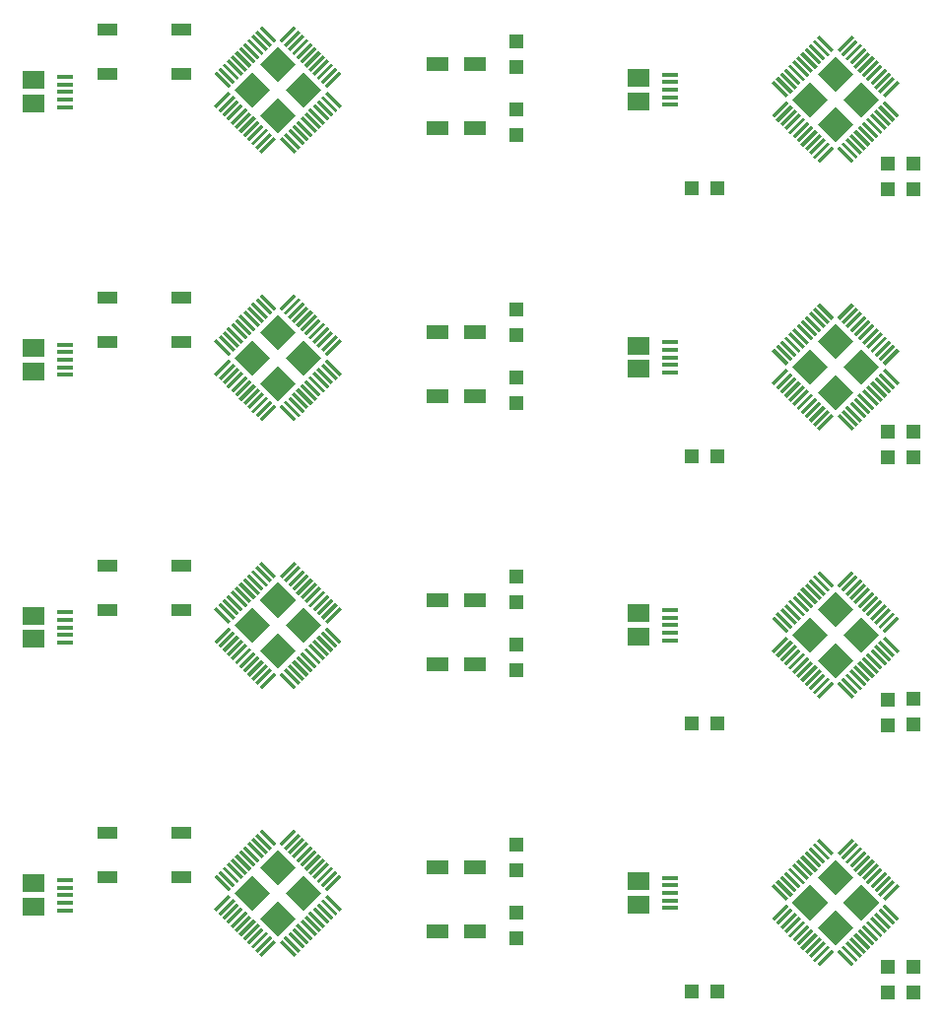
<source format=gtp>
%MOIN*%
%OFA0B0*%
%FSLAX46Y46*%
%IPPOS*%
%LPD*%
%ADD10C,0.0039370078740157488*%
%ADD21C,0.0039370078740157488*%
%ADD22R,0.074803149606299218X0.059055118110236227*%
%ADD23R,0.053149606299212608X0.015748031496062995*%
%ADD24R,0.066929133858267723X0.03937007874015748*%
%ADD25R,0.047244094488188976X0.047244094488188976*%
%ADD26R,0.074803149606299218X0.051181102362204731*%
%ADD27C,0.0039370078740157488*%
%ADD28R,0.074803149606299218X0.059055118110236227*%
%ADD29R,0.053149606299212608X0.015748031496062995*%
%ADD30R,0.047244094488188976X0.047244094488188976*%
%ADD31C,0.0039370078740157488*%
%ADD32C,0.0039370078740157488*%
%ADD33C,0.0039370078740157488*%
%ADD34C,0.0039370078740157488*%
%ADD35R,0.074803149606299218X0.059055118110236227*%
%ADD36R,0.053149606299212608X0.015748031496062995*%
%ADD37R,0.066929133858267723X0.03937007874015748*%
%ADD38R,0.047244094488188976X0.047244094488188976*%
%ADD39R,0.074803149606299218X0.051181102362204731*%
%ADD40C,0.0039370078740157488*%
%ADD41R,0.074803149606299218X0.059055118110236227*%
%ADD42R,0.053149606299212608X0.015748031496062995*%
%ADD43R,0.066929133858267723X0.03937007874015748*%
%ADD44R,0.047244094488188976X0.047244094488188976*%
%ADD45R,0.074803149606299218X0.051181102362204731*%
%ADD46C,0.0039370078740157488*%
%ADD47R,0.074803149606299218X0.059055118110236227*%
%ADD48R,0.053149606299212608X0.015748031496062995*%
%ADD49R,0.066929133858267723X0.03937007874015748*%
%ADD50R,0.047244094488188976X0.047244094488188976*%
%ADD51R,0.074803149606299218X0.051181102362204731*%
%ADD52C,0.0039370078740157488*%
%ADD53R,0.074803149606299218X0.059055118110236227*%
%ADD54R,0.053149606299212608X0.015748031496062995*%
%ADD55R,0.047244094488188976X0.047244094488188976*%
%ADD56C,0.0039370078740157488*%
%ADD57R,0.074803149606299218X0.059055118110236227*%
%ADD58R,0.053149606299212608X0.015748031496062995*%
%ADD59R,0.047244094488188976X0.047244094488188976*%
%ADD60C,0.0039370078740157488*%
%ADD61R,0.074803149606299218X0.059055118110236227*%
%ADD62R,0.053149606299212608X0.015748031496062995*%
%ADD63R,0.047244094488188976X0.047244094488188976*%
G01G01*
D10*
G04 next file*
G04 Gerber Fmt 4.6, Leading zero omitted, Abs format (unit mm)*
G04 Created by KiCad (PCBNEW 4.0.7) date 11/15/17 20:03:37*
G01G01*
G04 APERTURE LIST*
G04 APERTURE END LIST*
D21*
D22*
X0000629921Y0000905511D02*
X0000712677Y0000407401D03*
D23*
X0000818976Y0000472362D03*
X0000818976Y0000497952D03*
X0000818976Y0000395590D03*
X0000818976Y0000421181D03*
X0000818976Y0000446771D03*
D22*
X0000712677Y0000486141D03*
D24*
X0000963464Y0000656220D03*
X0001211496Y0000656220D03*
X0000963464Y0000506614D03*
X0001211496Y0000506614D03*
D25*
X0002346141Y0000617244D03*
X0002346141Y0000530629D03*
X0002346141Y0000387322D03*
X0002346141Y0000300708D03*
D26*
X0002079606Y0000539685D03*
X0002079606Y0000323149D03*
X0002205590Y0000323149D03*
X0002205590Y0000539685D03*
D21*
G36*
X0001706631Y0000448475D02*
X0001755349Y0000399757D01*
X0001746997Y0000391406D01*
X0001698279Y0000440124D01*
X0001706631Y0000448475D01*
X0001706631Y0000448475D01*
G37*
G36*
X0001692711Y0000434556D02*
X0001741429Y0000385838D01*
X0001733078Y0000377486D01*
X0001684360Y0000426204D01*
X0001692711Y0000434556D01*
X0001692711Y0000434556D01*
G37*
G36*
X0001678792Y0000420636D02*
X0001727510Y0000371918D01*
X0001719158Y0000363567D01*
X0001670440Y0000412285D01*
X0001678792Y0000420636D01*
X0001678792Y0000420636D01*
G37*
G36*
X0001664873Y0000406717D02*
X0001713590Y0000357999D01*
X0001705239Y0000349647D01*
X0001656521Y0000398365D01*
X0001664873Y0000406717D01*
X0001664873Y0000406717D01*
G37*
G36*
X0001650953Y0000392798D02*
X0001699671Y0000344080D01*
X0001691319Y0000335728D01*
X0001642601Y0000384446D01*
X0001650953Y0000392798D01*
X0001650953Y0000392798D01*
G37*
G36*
X0001677400Y0000321809D02*
X0001628682Y0000370527D01*
X0001637034Y0000378878D01*
X0001685752Y0000330160D01*
X0001677400Y0000321809D01*
X0001677400Y0000321809D01*
G37*
G36*
X0001623114Y0000364959D02*
X0001671832Y0000316241D01*
X0001663481Y0000307889D01*
X0001614763Y0000356607D01*
X0001623114Y0000364959D01*
X0001623114Y0000364959D01*
G37*
G36*
X0001609195Y0000351039D02*
X0001657913Y0000302321D01*
X0001649561Y0000293970D01*
X0001600843Y0000342688D01*
X0001609195Y0000351039D01*
X0001609195Y0000351039D01*
G37*
G36*
X0001595275Y0000337120D02*
X0001643993Y0000288402D01*
X0001635642Y0000280050D01*
X0001586924Y0000328768D01*
X0001595275Y0000337120D01*
X0001595275Y0000337120D01*
G37*
G36*
X0001581356Y0000323200D02*
X0001630074Y0000274483D01*
X0001621722Y0000266131D01*
X0001573004Y0000314849D01*
X0001581356Y0000323200D01*
X0001581356Y0000323200D01*
G37*
G36*
X0001567437Y0000309281D02*
X0001616155Y0000260563D01*
X0001607803Y0000252211D01*
X0001559085Y0000300929D01*
X0001567437Y0000309281D01*
X0001567437Y0000309281D01*
G37*
G36*
X0001553517Y0000295362D02*
X0001602235Y0000246644D01*
X0001593883Y0000238292D01*
X0001545165Y0000287010D01*
X0001553517Y0000295362D01*
X0001553517Y0000295362D01*
G37*
G36*
X0001614763Y0000551479D02*
X0001663481Y0000600197D01*
X0001671832Y0000591845D01*
X0001623114Y0000543127D01*
X0001614763Y0000551479D01*
X0001614763Y0000551479D01*
G37*
G36*
X0001628682Y0000537560D02*
X0001677400Y0000586278D01*
X0001685752Y0000577926D01*
X0001637034Y0000529208D01*
X0001628682Y0000537560D01*
X0001628682Y0000537560D01*
G37*
G36*
X0001642601Y0000523640D02*
X0001691319Y0000572358D01*
X0001699671Y0000564007D01*
X0001650953Y0000515289D01*
X0001642601Y0000523640D01*
X0001642601Y0000523640D01*
G37*
G36*
X0001656521Y0000509721D02*
X0001705239Y0000558439D01*
X0001713590Y0000550087D01*
X0001664873Y0000501369D01*
X0001656521Y0000509721D01*
X0001656521Y0000509721D01*
G37*
G36*
X0001670440Y0000495801D02*
X0001719158Y0000544519D01*
X0001727510Y0000536168D01*
X0001678792Y0000487450D01*
X0001670440Y0000495801D01*
X0001670440Y0000495801D01*
G37*
G36*
X0001684360Y0000481882D02*
X0001733078Y0000530600D01*
X0001741429Y0000522248D01*
X0001692711Y0000473530D01*
X0001684360Y0000481882D01*
X0001684360Y0000481882D01*
G37*
G36*
X0001600843Y0000565399D02*
X0001649561Y0000614116D01*
X0001657913Y0000605765D01*
X0001609195Y0000557047D01*
X0001600843Y0000565399D01*
X0001600843Y0000565399D01*
G37*
G36*
X0001698279Y0000467963D02*
X0001746997Y0000516680D01*
X0001755349Y0000508329D01*
X0001706631Y0000459611D01*
X0001698279Y0000467963D01*
X0001698279Y0000467963D01*
G37*
G36*
X0001586924Y0000579318D02*
X0001635642Y0000628036D01*
X0001643993Y0000619684D01*
X0001595275Y0000570966D01*
X0001586924Y0000579318D01*
X0001586924Y0000579318D01*
G37*
G36*
X0001573004Y0000593237D02*
X0001621722Y0000641955D01*
X0001630074Y0000633604D01*
X0001581356Y0000584886D01*
X0001573004Y0000593237D01*
X0001573004Y0000593237D01*
G37*
G36*
X0001559085Y0000607157D02*
X0001607803Y0000655875D01*
X0001616155Y0000647523D01*
X0001567437Y0000598805D01*
X0001559085Y0000607157D01*
X0001559085Y0000607157D01*
G37*
G36*
X0001545165Y0000621076D02*
X0001593883Y0000669794D01*
X0001602235Y0000661442D01*
X0001553517Y0000612725D01*
X0001545165Y0000621076D01*
X0001545165Y0000621076D01*
G37*
G36*
X0001401795Y0000586278D02*
X0001450513Y0000537560D01*
X0001442162Y0000529208D01*
X0001393444Y0000577926D01*
X0001401795Y0000586278D01*
X0001401795Y0000586278D01*
G37*
G36*
X0001415715Y0000600197D02*
X0001464433Y0000551479D01*
X0001456081Y0000543127D01*
X0001407363Y0000591845D01*
X0001415715Y0000600197D01*
X0001415715Y0000600197D01*
G37*
G36*
X0001429634Y0000614116D02*
X0001478352Y0000565399D01*
X0001470001Y0000557047D01*
X0001421283Y0000605765D01*
X0001429634Y0000614116D01*
X0001429634Y0000614116D01*
G37*
G36*
X0001443554Y0000628036D02*
X0001492272Y0000579318D01*
X0001483920Y0000570966D01*
X0001435202Y0000619684D01*
X0001443554Y0000628036D01*
X0001443554Y0000628036D01*
G37*
G36*
X0001457473Y0000641955D02*
X0001506191Y0000593237D01*
X0001497839Y0000584886D01*
X0001449121Y0000633604D01*
X0001457473Y0000641955D01*
X0001457473Y0000641955D01*
G37*
G36*
X0001471393Y0000655875D02*
X0001520110Y0000607157D01*
X0001511759Y0000598805D01*
X0001463041Y0000647523D01*
X0001471393Y0000655875D01*
X0001471393Y0000655875D01*
G37*
G36*
X0001485312Y0000669794D02*
X0001534030Y0000621076D01*
X0001525678Y0000612725D01*
X0001476960Y0000661442D01*
X0001485312Y0000669794D01*
X0001485312Y0000669794D01*
G37*
G36*
X0001387876Y0000572358D02*
X0001436594Y0000523640D01*
X0001428242Y0000515289D01*
X0001379524Y0000564007D01*
X0001387876Y0000572358D01*
X0001387876Y0000572358D01*
G37*
G36*
X0001373957Y0000558439D02*
X0001422675Y0000509721D01*
X0001414323Y0000501369D01*
X0001365605Y0000550087D01*
X0001373957Y0000558439D01*
X0001373957Y0000558439D01*
G37*
G36*
X0001360037Y0000544519D02*
X0001408755Y0000495801D01*
X0001400403Y0000487450D01*
X0001351685Y0000536168D01*
X0001360037Y0000544519D01*
X0001360037Y0000544519D01*
G37*
G36*
X0001346118Y0000530600D02*
X0001394836Y0000481882D01*
X0001386484Y0000473530D01*
X0001337766Y0000522248D01*
X0001346118Y0000530600D01*
X0001346118Y0000530600D01*
G37*
G36*
X0001332198Y0000516680D02*
X0001380916Y0000467963D01*
X0001372565Y0000459611D01*
X0001323847Y0000508329D01*
X0001332198Y0000516680D01*
X0001332198Y0000516680D01*
G37*
G36*
X0001407363Y0000316241D02*
X0001456081Y0000364959D01*
X0001464433Y0000356607D01*
X0001415715Y0000307889D01*
X0001407363Y0000316241D01*
X0001407363Y0000316241D01*
G37*
G36*
X0001393444Y0000330160D02*
X0001442162Y0000378878D01*
X0001450513Y0000370527D01*
X0001401795Y0000321809D01*
X0001393444Y0000330160D01*
X0001393444Y0000330160D01*
G37*
G36*
X0001421283Y0000302321D02*
X0001470001Y0000351039D01*
X0001478352Y0000342688D01*
X0001429634Y0000293970D01*
X0001421283Y0000302321D01*
X0001421283Y0000302321D01*
G37*
G36*
X0001435202Y0000288402D02*
X0001483920Y0000337120D01*
X0001492272Y0000328768D01*
X0001443554Y0000280050D01*
X0001435202Y0000288402D01*
X0001435202Y0000288402D01*
G37*
G36*
X0001449121Y0000274483D02*
X0001497839Y0000323200D01*
X0001506191Y0000314849D01*
X0001457473Y0000266131D01*
X0001449121Y0000274483D01*
X0001449121Y0000274483D01*
G37*
G36*
X0001463041Y0000260563D02*
X0001511759Y0000309281D01*
X0001520110Y0000300929D01*
X0001471393Y0000252211D01*
X0001463041Y0000260563D01*
X0001463041Y0000260563D01*
G37*
G36*
X0001476960Y0000246644D02*
X0001525678Y0000295362D01*
X0001534030Y0000287010D01*
X0001485312Y0000238292D01*
X0001476960Y0000246644D01*
X0001476960Y0000246644D01*
G37*
G36*
X0001379524Y0000344080D02*
X0001428242Y0000392798D01*
X0001436594Y0000384446D01*
X0001387876Y0000335728D01*
X0001379524Y0000344080D01*
X0001379524Y0000344080D01*
G37*
G36*
X0001365605Y0000357999D02*
X0001414323Y0000406717D01*
X0001422675Y0000398365D01*
X0001373957Y0000349647D01*
X0001365605Y0000357999D01*
X0001365605Y0000357999D01*
G37*
G36*
X0001351685Y0000371918D02*
X0001400403Y0000420636D01*
X0001408755Y0000412285D01*
X0001360037Y0000363567D01*
X0001351685Y0000371918D01*
X0001351685Y0000371918D01*
G37*
G36*
X0001337766Y0000385838D02*
X0001386484Y0000434556D01*
X0001394836Y0000426204D01*
X0001346118Y0000377486D01*
X0001337766Y0000385838D01*
X0001337766Y0000385838D01*
G37*
G36*
X0001323847Y0000399757D02*
X0001372565Y0000448475D01*
X0001380916Y0000440124D01*
X0001332198Y0000391406D01*
X0001323847Y0000399757D01*
X0001323847Y0000399757D01*
G37*
G36*
X0001625898Y0000514175D02*
X0001686030Y0000454043D01*
X0001625898Y0000393911D01*
X0001565766Y0000454043D01*
X0001625898Y0000514175D01*
X0001625898Y0000514175D01*
G37*
G36*
X0001453297Y0000514175D02*
X0001513429Y0000454043D01*
X0001453297Y0000393911D01*
X0001393165Y0000454043D01*
X0001453297Y0000514175D01*
X0001453297Y0000514175D01*
G37*
G36*
X0001539598Y0000427875D02*
X0001599730Y0000367743D01*
X0001539598Y0000307611D01*
X0001479466Y0000367743D01*
X0001539598Y0000427875D01*
X0001539598Y0000427875D01*
G37*
G36*
X0001539598Y0000600475D02*
X0001599730Y0000540344D01*
X0001539598Y0000480212D01*
X0001479466Y0000540344D01*
X0001539598Y0000600475D01*
X0001539598Y0000600475D01*
G37*
G04 next file*
G04 Gerber Fmt 4.6, Leading zero omitted, Abs format (unit mm)*
G04 Created by KiCad (PCBNEW 4.0.7) date 11/15/17 17:48:19*
G01G01*
G04 APERTURE LIST*
G04 APERTURE END LIST*
D27*
G36*
X0003258801Y0000428099D02*
X0003210083Y0000476816D01*
X0003218435Y0000485168D01*
X0003267152Y0000436450D01*
X0003258801Y0000428099D01*
X0003258801Y0000428099D01*
G37*
G36*
X0003272720Y0000442018D02*
X0003224002Y0000490736D01*
X0003232354Y0000499088D01*
X0003281072Y0000450370D01*
X0003272720Y0000442018D01*
X0003272720Y0000442018D01*
G37*
G36*
X0003286640Y0000455937D02*
X0003237922Y0000504655D01*
X0003246273Y0000513007D01*
X0003294991Y0000464289D01*
X0003286640Y0000455937D01*
X0003286640Y0000455937D01*
G37*
G36*
X0003300559Y0000469857D02*
X0003251841Y0000518575D01*
X0003260193Y0000526926D01*
X0003308911Y0000478208D01*
X0003300559Y0000469857D01*
X0003300559Y0000469857D01*
G37*
G36*
X0003314478Y0000483776D02*
X0003265761Y0000532494D01*
X0003274112Y0000540846D01*
X0003322830Y0000492128D01*
X0003314478Y0000483776D01*
X0003314478Y0000483776D01*
G37*
G36*
X0003288032Y0000554765D02*
X0003336750Y0000506047D01*
X0003328398Y0000497696D01*
X0003279680Y0000546414D01*
X0003288032Y0000554765D01*
X0003288032Y0000554765D01*
G37*
G36*
X0003342317Y0000511615D02*
X0003293599Y0000560333D01*
X0003301951Y0000568685D01*
X0003350669Y0000519967D01*
X0003342317Y0000511615D01*
X0003342317Y0000511615D01*
G37*
G36*
X0003356237Y0000525535D02*
X0003307519Y0000574252D01*
X0003315870Y0000582604D01*
X0003364588Y0000533886D01*
X0003356237Y0000525535D01*
X0003356237Y0000525535D01*
G37*
G36*
X0003370156Y0000539454D02*
X0003321438Y0000588172D01*
X0003329790Y0000596524D01*
X0003378508Y0000547806D01*
X0003370156Y0000539454D01*
X0003370156Y0000539454D01*
G37*
G36*
X0003384076Y0000553373D02*
X0003335358Y0000602091D01*
X0003343709Y0000610443D01*
X0003392427Y0000561725D01*
X0003384076Y0000553373D01*
X0003384076Y0000553373D01*
G37*
G36*
X0003397995Y0000567293D02*
X0003349277Y0000616011D01*
X0003357629Y0000624362D01*
X0003406347Y0000575644D01*
X0003397995Y0000567293D01*
X0003397995Y0000567293D01*
G37*
G36*
X0003411914Y0000581212D02*
X0003363197Y0000629930D01*
X0003371548Y0000638282D01*
X0003420266Y0000589564D01*
X0003411914Y0000581212D01*
X0003411914Y0000581212D01*
G37*
G36*
X0003350669Y0000325095D02*
X0003301951Y0000276377D01*
X0003293599Y0000284728D01*
X0003342317Y0000333446D01*
X0003350669Y0000325095D01*
X0003350669Y0000325095D01*
G37*
G36*
X0003336750Y0000339014D02*
X0003288032Y0000290296D01*
X0003279680Y0000298648D01*
X0003328398Y0000347366D01*
X0003336750Y0000339014D01*
X0003336750Y0000339014D01*
G37*
G36*
X0003322830Y0000352934D02*
X0003274112Y0000304216D01*
X0003265761Y0000312567D01*
X0003314478Y0000361285D01*
X0003322830Y0000352934D01*
X0003322830Y0000352934D01*
G37*
G36*
X0003308911Y0000366853D02*
X0003260193Y0000318135D01*
X0003251841Y0000326487D01*
X0003300559Y0000375205D01*
X0003308911Y0000366853D01*
X0003308911Y0000366853D01*
G37*
G36*
X0003294991Y0000380772D02*
X0003246273Y0000332054D01*
X0003237922Y0000340406D01*
X0003286640Y0000389124D01*
X0003294991Y0000380772D01*
X0003294991Y0000380772D01*
G37*
G36*
X0003281072Y0000394692D02*
X0003232354Y0000345974D01*
X0003224002Y0000354326D01*
X0003272720Y0000403044D01*
X0003281072Y0000394692D01*
X0003281072Y0000394692D01*
G37*
G36*
X0003364588Y0000311175D02*
X0003315870Y0000262457D01*
X0003307519Y0000270809D01*
X0003356237Y0000319527D01*
X0003364588Y0000311175D01*
X0003364588Y0000311175D01*
G37*
G36*
X0003267152Y0000408611D02*
X0003218435Y0000359893D01*
X0003210083Y0000368245D01*
X0003258801Y0000416963D01*
X0003267152Y0000408611D01*
X0003267152Y0000408611D01*
G37*
G36*
X0003378508Y0000297256D02*
X0003329790Y0000248538D01*
X0003321438Y0000256890D01*
X0003370156Y0000305608D01*
X0003378508Y0000297256D01*
X0003378508Y0000297256D01*
G37*
G36*
X0003392427Y0000283336D02*
X0003343709Y0000234619D01*
X0003335358Y0000242970D01*
X0003384076Y0000291688D01*
X0003392427Y0000283336D01*
X0003392427Y0000283336D01*
G37*
G36*
X0003406347Y0000269417D02*
X0003357629Y0000220699D01*
X0003349277Y0000229051D01*
X0003397995Y0000277769D01*
X0003406347Y0000269417D01*
X0003406347Y0000269417D01*
G37*
G36*
X0003420266Y0000255498D02*
X0003371548Y0000206780D01*
X0003363197Y0000215131D01*
X0003411914Y0000263849D01*
X0003420266Y0000255498D01*
X0003420266Y0000255498D01*
G37*
G36*
X0003563636Y0000290296D02*
X0003514918Y0000339014D01*
X0003523270Y0000347366D01*
X0003571988Y0000298648D01*
X0003563636Y0000290296D01*
X0003563636Y0000290296D01*
G37*
G36*
X0003549717Y0000276377D02*
X0003500999Y0000325095D01*
X0003509350Y0000333446D01*
X0003558068Y0000284728D01*
X0003549717Y0000276377D01*
X0003549717Y0000276377D01*
G37*
G36*
X0003535797Y0000262457D02*
X0003487079Y0000311175D01*
X0003495431Y0000319527D01*
X0003544149Y0000270809D01*
X0003535797Y0000262457D01*
X0003535797Y0000262457D01*
G37*
G36*
X0003521878Y0000248538D02*
X0003473160Y0000297256D01*
X0003481512Y0000305608D01*
X0003530230Y0000256890D01*
X0003521878Y0000248538D01*
X0003521878Y0000248538D01*
G37*
G36*
X0003507959Y0000234619D02*
X0003459241Y0000283336D01*
X0003467592Y0000291688D01*
X0003516310Y0000242970D01*
X0003507959Y0000234619D01*
X0003507959Y0000234619D01*
G37*
G36*
X0003494039Y0000220699D02*
X0003445321Y0000269417D01*
X0003453673Y0000277769D01*
X0003502391Y0000229051D01*
X0003494039Y0000220699D01*
X0003494039Y0000220699D01*
G37*
G36*
X0003480120Y0000206780D02*
X0003431402Y0000255498D01*
X0003439753Y0000263849D01*
X0003488471Y0000215131D01*
X0003480120Y0000206780D01*
X0003480120Y0000206780D01*
G37*
G36*
X0003577556Y0000304216D02*
X0003528838Y0000352934D01*
X0003537189Y0000361285D01*
X0003585907Y0000312567D01*
X0003577556Y0000304216D01*
X0003577556Y0000304216D01*
G37*
G36*
X0003591475Y0000318135D02*
X0003542757Y0000366853D01*
X0003551109Y0000375205D01*
X0003599827Y0000326487D01*
X0003591475Y0000318135D01*
X0003591475Y0000318135D01*
G37*
G36*
X0003605394Y0000332054D02*
X0003556677Y0000380772D01*
X0003565028Y0000389124D01*
X0003613746Y0000340406D01*
X0003605394Y0000332054D01*
X0003605394Y0000332054D01*
G37*
G36*
X0003619314Y0000345974D02*
X0003570596Y0000394692D01*
X0003578948Y0000403044D01*
X0003627666Y0000354326D01*
X0003619314Y0000345974D01*
X0003619314Y0000345974D01*
G37*
G36*
X0003633233Y0000359893D02*
X0003584515Y0000408611D01*
X0003592867Y0000416963D01*
X0003641585Y0000368245D01*
X0003633233Y0000359893D01*
X0003633233Y0000359893D01*
G37*
G36*
X0003558068Y0000560333D02*
X0003509350Y0000511615D01*
X0003500999Y0000519967D01*
X0003549717Y0000568685D01*
X0003558068Y0000560333D01*
X0003558068Y0000560333D01*
G37*
G36*
X0003571988Y0000546414D02*
X0003523270Y0000497696D01*
X0003514918Y0000506047D01*
X0003563636Y0000554765D01*
X0003571988Y0000546414D01*
X0003571988Y0000546414D01*
G37*
G36*
X0003544149Y0000574252D02*
X0003495431Y0000525535D01*
X0003487079Y0000533886D01*
X0003535797Y0000582604D01*
X0003544149Y0000574252D01*
X0003544149Y0000574252D01*
G37*
G36*
X0003530230Y0000588172D02*
X0003481512Y0000539454D01*
X0003473160Y0000547806D01*
X0003521878Y0000596524D01*
X0003530230Y0000588172D01*
X0003530230Y0000588172D01*
G37*
G36*
X0003516310Y0000602091D02*
X0003467592Y0000553373D01*
X0003459241Y0000561725D01*
X0003507959Y0000610443D01*
X0003516310Y0000602091D01*
X0003516310Y0000602091D01*
G37*
G36*
X0003502391Y0000616011D02*
X0003453673Y0000567293D01*
X0003445321Y0000575644D01*
X0003494039Y0000624362D01*
X0003502391Y0000616011D01*
X0003502391Y0000616011D01*
G37*
G36*
X0003488471Y0000629930D02*
X0003439753Y0000581212D01*
X0003431402Y0000589564D01*
X0003480120Y0000638282D01*
X0003488471Y0000629930D01*
X0003488471Y0000629930D01*
G37*
G36*
X0003585907Y0000532494D02*
X0003537189Y0000483776D01*
X0003528838Y0000492128D01*
X0003577556Y0000540846D01*
X0003585907Y0000532494D01*
X0003585907Y0000532494D01*
G37*
G36*
X0003599827Y0000518575D02*
X0003551109Y0000469857D01*
X0003542757Y0000478208D01*
X0003591475Y0000526926D01*
X0003599827Y0000518575D01*
X0003599827Y0000518575D01*
G37*
G36*
X0003613746Y0000504655D02*
X0003565028Y0000455937D01*
X0003556677Y0000464289D01*
X0003605394Y0000513007D01*
X0003613746Y0000504655D01*
X0003613746Y0000504655D01*
G37*
G36*
X0003627666Y0000490736D02*
X0003578948Y0000442018D01*
X0003570596Y0000450370D01*
X0003619314Y0000499088D01*
X0003627666Y0000490736D01*
X0003627666Y0000490736D01*
G37*
G36*
X0003641585Y0000476816D02*
X0003592867Y0000428099D01*
X0003584515Y0000436450D01*
X0003633233Y0000485168D01*
X0003641585Y0000476816D01*
X0003641585Y0000476816D01*
G37*
G36*
X0003339533Y0000362399D02*
X0003279402Y0000422531D01*
X0003339533Y0000482663D01*
X0003399665Y0000422531D01*
X0003339533Y0000362399D01*
X0003339533Y0000362399D01*
G37*
G36*
X0003512134Y0000362399D02*
X0003452002Y0000422531D01*
X0003512134Y0000482663D01*
X0003572266Y0000422531D01*
X0003512134Y0000362399D01*
X0003512134Y0000362399D01*
G37*
G36*
X0003425834Y0000448699D02*
X0003365702Y0000508831D01*
X0003425834Y0000568963D01*
X0003485966Y0000508831D01*
X0003425834Y0000448699D01*
X0003425834Y0000448699D01*
G37*
G36*
X0003425834Y0000276098D02*
X0003365702Y0000336230D01*
X0003425834Y0000396362D01*
X0003485966Y0000336230D01*
X0003425834Y0000276098D01*
X0003425834Y0000276098D01*
G37*
D28*
X0002760637Y0000415354D03*
D29*
X0002866937Y0000480314D03*
X0002866937Y0000505905D03*
X0002866937Y0000403543D03*
X0002866937Y0000429133D03*
X0002866937Y0000454724D03*
D28*
X0002760637Y0000494094D03*
D30*
X0003027244Y0000121314D03*
X0002940629Y0000121314D03*
X0003688224Y0000117868D03*
X0003688224Y0000204482D03*
X0003603291Y0000117047D03*
X0003603291Y0000203661D03*
G04 next file*
G04 Gerber Fmt 4.6, Leading zero omitted, Abs format (unit mm)*
G04 Created by KiCad (PCBNEW 4.0.7) date 11/15/17 17:31:17*
G01G01*
G04 APERTURE LIST*
G04 APERTURE END LIST*
D31*
G04 next file*
G04 Gerber Fmt 4.6, Leading zero omitted, Abs format (unit mm)*
G04 Created by KiCad (PCBNEW 4.0.7) date 11/15/17 17:31:17*
G01G01*
G04 APERTURE LIST*
G04 APERTURE END LIST*
D32*
G04 next file*
G04 Gerber Fmt 4.6, Leading zero omitted, Abs format (unit mm)*
G04 Created by KiCad (PCBNEW 4.0.7) date 11/15/17 17:31:17*
G01G01*
G04 APERTURE LIST*
G04 APERTURE END LIST*
D33*
G04 next file*
G04 Gerber Fmt 4.6, Leading zero omitted, Abs format (unit mm)*
G04 Created by KiCad (PCBNEW 4.0.7) date 11/15/17 20:03:37*
G01G01*
G04 APERTURE LIST*
G04 APERTURE END LIST*
D34*
D35*
X0000629921Y0001811023D02*
X0000712677Y0001312913D03*
D36*
X0000818976Y0001377874D03*
X0000818976Y0001403464D03*
X0000818976Y0001301102D03*
X0000818976Y0001326692D03*
X0000818976Y0001352283D03*
D35*
X0000712677Y0001391653D03*
D37*
X0000963464Y0001561732D03*
X0001211496Y0001561732D03*
X0000963464Y0001412125D03*
X0001211496Y0001412125D03*
D38*
X0002346141Y0001522755D03*
X0002346141Y0001436141D03*
X0002346141Y0001292834D03*
X0002346141Y0001206220D03*
D39*
X0002079606Y0001445196D03*
X0002079606Y0001228661D03*
X0002205590Y0001228661D03*
X0002205590Y0001445196D03*
D34*
G36*
X0001706631Y0001353987D02*
X0001755349Y0001305269D01*
X0001746997Y0001296917D01*
X0001698279Y0001345635D01*
X0001706631Y0001353987D01*
X0001706631Y0001353987D01*
G37*
G36*
X0001692711Y0001340068D02*
X0001741429Y0001291350D01*
X0001733078Y0001282998D01*
X0001684360Y0001331716D01*
X0001692711Y0001340068D01*
X0001692711Y0001340068D01*
G37*
G36*
X0001678792Y0001326148D02*
X0001727510Y0001277430D01*
X0001719158Y0001269079D01*
X0001670440Y0001317797D01*
X0001678792Y0001326148D01*
X0001678792Y0001326148D01*
G37*
G36*
X0001664873Y0001312229D02*
X0001713590Y0001263511D01*
X0001705239Y0001255159D01*
X0001656521Y0001303877D01*
X0001664873Y0001312229D01*
X0001664873Y0001312229D01*
G37*
G36*
X0001650953Y0001298309D02*
X0001699671Y0001249591D01*
X0001691319Y0001241240D01*
X0001642601Y0001289958D01*
X0001650953Y0001298309D01*
X0001650953Y0001298309D01*
G37*
G36*
X0001677400Y0001227320D02*
X0001628682Y0001276038D01*
X0001637034Y0001284390D01*
X0001685752Y0001235672D01*
X0001677400Y0001227320D01*
X0001677400Y0001227320D01*
G37*
G36*
X0001623114Y0001270471D02*
X0001671832Y0001221753D01*
X0001663481Y0001213401D01*
X0001614763Y0001262119D01*
X0001623114Y0001270471D01*
X0001623114Y0001270471D01*
G37*
G36*
X0001609195Y0001256551D02*
X0001657913Y0001207833D01*
X0001649561Y0001199482D01*
X0001600843Y0001248199D01*
X0001609195Y0001256551D01*
X0001609195Y0001256551D01*
G37*
G36*
X0001595275Y0001242632D02*
X0001643993Y0001193914D01*
X0001635642Y0001185562D01*
X0001586924Y0001234280D01*
X0001595275Y0001242632D01*
X0001595275Y0001242632D01*
G37*
G36*
X0001581356Y0001228712D02*
X0001630074Y0001179994D01*
X0001621722Y0001171643D01*
X0001573004Y0001220361D01*
X0001581356Y0001228712D01*
X0001581356Y0001228712D01*
G37*
G36*
X0001567437Y0001214793D02*
X0001616155Y0001166075D01*
X0001607803Y0001157723D01*
X0001559085Y0001206441D01*
X0001567437Y0001214793D01*
X0001567437Y0001214793D01*
G37*
G36*
X0001553517Y0001200873D02*
X0001602235Y0001152155D01*
X0001593883Y0001143804D01*
X0001545165Y0001192522D01*
X0001553517Y0001200873D01*
X0001553517Y0001200873D01*
G37*
G36*
X0001614763Y0001456991D02*
X0001663481Y0001505709D01*
X0001671832Y0001497357D01*
X0001623114Y0001448639D01*
X0001614763Y0001456991D01*
X0001614763Y0001456991D01*
G37*
G36*
X0001628682Y0001443071D02*
X0001677400Y0001491789D01*
X0001685752Y0001483438D01*
X0001637034Y0001434720D01*
X0001628682Y0001443071D01*
X0001628682Y0001443071D01*
G37*
G36*
X0001642601Y0001429152D02*
X0001691319Y0001477870D01*
X0001699671Y0001469518D01*
X0001650953Y0001420800D01*
X0001642601Y0001429152D01*
X0001642601Y0001429152D01*
G37*
G36*
X0001656521Y0001415233D02*
X0001705239Y0001463951D01*
X0001713590Y0001455599D01*
X0001664873Y0001406881D01*
X0001656521Y0001415233D01*
X0001656521Y0001415233D01*
G37*
G36*
X0001670440Y0001401313D02*
X0001719158Y0001450031D01*
X0001727510Y0001441679D01*
X0001678792Y0001392962D01*
X0001670440Y0001401313D01*
X0001670440Y0001401313D01*
G37*
G36*
X0001684360Y0001387394D02*
X0001733078Y0001436112D01*
X0001741429Y0001427760D01*
X0001692711Y0001379042D01*
X0001684360Y0001387394D01*
X0001684360Y0001387394D01*
G37*
G36*
X0001600843Y0001470910D02*
X0001649561Y0001519628D01*
X0001657913Y0001511277D01*
X0001609195Y0001462559D01*
X0001600843Y0001470910D01*
X0001600843Y0001470910D01*
G37*
G36*
X0001698279Y0001373474D02*
X0001746997Y0001422192D01*
X0001755349Y0001413841D01*
X0001706631Y0001365123D01*
X0001698279Y0001373474D01*
X0001698279Y0001373474D01*
G37*
G36*
X0001586924Y0001484830D02*
X0001635642Y0001533548D01*
X0001643993Y0001525196D01*
X0001595275Y0001476478D01*
X0001586924Y0001484830D01*
X0001586924Y0001484830D01*
G37*
G36*
X0001573004Y0001498749D02*
X0001621722Y0001547467D01*
X0001630074Y0001539115D01*
X0001581356Y0001490397D01*
X0001573004Y0001498749D01*
X0001573004Y0001498749D01*
G37*
G36*
X0001559085Y0001512669D02*
X0001607803Y0001561387D01*
X0001616155Y0001553035D01*
X0001567437Y0001504317D01*
X0001559085Y0001512669D01*
X0001559085Y0001512669D01*
G37*
G36*
X0001545165Y0001526588D02*
X0001593883Y0001575306D01*
X0001602235Y0001566954D01*
X0001553517Y0001518236D01*
X0001545165Y0001526588D01*
X0001545165Y0001526588D01*
G37*
G36*
X0001401795Y0001491789D02*
X0001450513Y0001443071D01*
X0001442162Y0001434720D01*
X0001393444Y0001483438D01*
X0001401795Y0001491789D01*
X0001401795Y0001491789D01*
G37*
G36*
X0001415715Y0001505709D02*
X0001464433Y0001456991D01*
X0001456081Y0001448639D01*
X0001407363Y0001497357D01*
X0001415715Y0001505709D01*
X0001415715Y0001505709D01*
G37*
G36*
X0001429634Y0001519628D02*
X0001478352Y0001470910D01*
X0001470001Y0001462559D01*
X0001421283Y0001511277D01*
X0001429634Y0001519628D01*
X0001429634Y0001519628D01*
G37*
G36*
X0001443554Y0001533548D02*
X0001492272Y0001484830D01*
X0001483920Y0001476478D01*
X0001435202Y0001525196D01*
X0001443554Y0001533548D01*
X0001443554Y0001533548D01*
G37*
G36*
X0001457473Y0001547467D02*
X0001506191Y0001498749D01*
X0001497839Y0001490397D01*
X0001449121Y0001539115D01*
X0001457473Y0001547467D01*
X0001457473Y0001547467D01*
G37*
G36*
X0001471393Y0001561387D02*
X0001520110Y0001512669D01*
X0001511759Y0001504317D01*
X0001463041Y0001553035D01*
X0001471393Y0001561387D01*
X0001471393Y0001561387D01*
G37*
G36*
X0001485312Y0001575306D02*
X0001534030Y0001526588D01*
X0001525678Y0001518236D01*
X0001476960Y0001566954D01*
X0001485312Y0001575306D01*
X0001485312Y0001575306D01*
G37*
G36*
X0001387876Y0001477870D02*
X0001436594Y0001429152D01*
X0001428242Y0001420800D01*
X0001379524Y0001469518D01*
X0001387876Y0001477870D01*
X0001387876Y0001477870D01*
G37*
G36*
X0001373957Y0001463951D02*
X0001422675Y0001415233D01*
X0001414323Y0001406881D01*
X0001365605Y0001455599D01*
X0001373957Y0001463951D01*
X0001373957Y0001463951D01*
G37*
G36*
X0001360037Y0001450031D02*
X0001408755Y0001401313D01*
X0001400403Y0001392962D01*
X0001351685Y0001441679D01*
X0001360037Y0001450031D01*
X0001360037Y0001450031D01*
G37*
G36*
X0001346118Y0001436112D02*
X0001394836Y0001387394D01*
X0001386484Y0001379042D01*
X0001337766Y0001427760D01*
X0001346118Y0001436112D01*
X0001346118Y0001436112D01*
G37*
G36*
X0001332198Y0001422192D02*
X0001380916Y0001373474D01*
X0001372565Y0001365123D01*
X0001323847Y0001413841D01*
X0001332198Y0001422192D01*
X0001332198Y0001422192D01*
G37*
G36*
X0001407363Y0001221753D02*
X0001456081Y0001270471D01*
X0001464433Y0001262119D01*
X0001415715Y0001213401D01*
X0001407363Y0001221753D01*
X0001407363Y0001221753D01*
G37*
G36*
X0001393444Y0001235672D02*
X0001442162Y0001284390D01*
X0001450513Y0001276038D01*
X0001401795Y0001227320D01*
X0001393444Y0001235672D01*
X0001393444Y0001235672D01*
G37*
G36*
X0001421283Y0001207833D02*
X0001470001Y0001256551D01*
X0001478352Y0001248199D01*
X0001429634Y0001199482D01*
X0001421283Y0001207833D01*
X0001421283Y0001207833D01*
G37*
G36*
X0001435202Y0001193914D02*
X0001483920Y0001242632D01*
X0001492272Y0001234280D01*
X0001443554Y0001185562D01*
X0001435202Y0001193914D01*
X0001435202Y0001193914D01*
G37*
G36*
X0001449121Y0001179994D02*
X0001497839Y0001228712D01*
X0001506191Y0001220361D01*
X0001457473Y0001171643D01*
X0001449121Y0001179994D01*
X0001449121Y0001179994D01*
G37*
G36*
X0001463041Y0001166075D02*
X0001511759Y0001214793D01*
X0001520110Y0001206441D01*
X0001471393Y0001157723D01*
X0001463041Y0001166075D01*
X0001463041Y0001166075D01*
G37*
G36*
X0001476960Y0001152155D02*
X0001525678Y0001200873D01*
X0001534030Y0001192522D01*
X0001485312Y0001143804D01*
X0001476960Y0001152155D01*
X0001476960Y0001152155D01*
G37*
G36*
X0001379524Y0001249591D02*
X0001428242Y0001298309D01*
X0001436594Y0001289958D01*
X0001387876Y0001241240D01*
X0001379524Y0001249591D01*
X0001379524Y0001249591D01*
G37*
G36*
X0001365605Y0001263511D02*
X0001414323Y0001312229D01*
X0001422675Y0001303877D01*
X0001373957Y0001255159D01*
X0001365605Y0001263511D01*
X0001365605Y0001263511D01*
G37*
G36*
X0001351685Y0001277430D02*
X0001400403Y0001326148D01*
X0001408755Y0001317797D01*
X0001360037Y0001269079D01*
X0001351685Y0001277430D01*
X0001351685Y0001277430D01*
G37*
G36*
X0001337766Y0001291350D02*
X0001386484Y0001340068D01*
X0001394836Y0001331716D01*
X0001346118Y0001282998D01*
X0001337766Y0001291350D01*
X0001337766Y0001291350D01*
G37*
G36*
X0001323847Y0001305269D02*
X0001372565Y0001353987D01*
X0001380916Y0001345635D01*
X0001332198Y0001296917D01*
X0001323847Y0001305269D01*
X0001323847Y0001305269D01*
G37*
G36*
X0001625898Y0001419687D02*
X0001686030Y0001359555D01*
X0001625898Y0001299423D01*
X0001565766Y0001359555D01*
X0001625898Y0001419687D01*
X0001625898Y0001419687D01*
G37*
G36*
X0001453297Y0001419687D02*
X0001513429Y0001359555D01*
X0001453297Y0001299423D01*
X0001393165Y0001359555D01*
X0001453297Y0001419687D01*
X0001453297Y0001419687D01*
G37*
G36*
X0001539598Y0001333386D02*
X0001599730Y0001273254D01*
X0001539598Y0001213123D01*
X0001479466Y0001273254D01*
X0001539598Y0001333386D01*
X0001539598Y0001333386D01*
G37*
G36*
X0001539598Y0001505987D02*
X0001599730Y0001445855D01*
X0001539598Y0001385723D01*
X0001479466Y0001445855D01*
X0001539598Y0001505987D01*
X0001539598Y0001505987D01*
G37*
G04 next file*
G04 Gerber Fmt 4.6, Leading zero omitted, Abs format (unit mm)*
G04 Created by KiCad (PCBNEW 4.0.7) date 11/15/17 20:03:37*
G01G01*
G04 APERTURE LIST*
G04 APERTURE END LIST*
D40*
D41*
X0000629921Y0002716535D02*
X0000712677Y0002218425D03*
D42*
X0000818976Y0002283385D03*
X0000818976Y0002308976D03*
X0000818976Y0002206614D03*
X0000818976Y0002232204D03*
X0000818976Y0002257795D03*
D41*
X0000712677Y0002297165D03*
D43*
X0000963464Y0002467244D03*
X0001211496Y0002467244D03*
X0000963464Y0002317637D03*
X0001211496Y0002317637D03*
D44*
X0002346141Y0002428267D03*
X0002346141Y0002341653D03*
X0002346141Y0002198346D03*
X0002346141Y0002111732D03*
D45*
X0002079606Y0002350708D03*
X0002079606Y0002134173D03*
X0002205590Y0002134173D03*
X0002205590Y0002350708D03*
D40*
G36*
X0001706631Y0002259499D02*
X0001755349Y0002210781D01*
X0001746997Y0002202429D01*
X0001698279Y0002251147D01*
X0001706631Y0002259499D01*
X0001706631Y0002259499D01*
G37*
G36*
X0001692711Y0002245580D02*
X0001741429Y0002196862D01*
X0001733078Y0002188510D01*
X0001684360Y0002237228D01*
X0001692711Y0002245580D01*
X0001692711Y0002245580D01*
G37*
G36*
X0001678792Y0002231660D02*
X0001727510Y0002182942D01*
X0001719158Y0002174590D01*
X0001670440Y0002223308D01*
X0001678792Y0002231660D01*
X0001678792Y0002231660D01*
G37*
G36*
X0001664873Y0002217741D02*
X0001713590Y0002169023D01*
X0001705239Y0002160671D01*
X0001656521Y0002209389D01*
X0001664873Y0002217741D01*
X0001664873Y0002217741D01*
G37*
G36*
X0001650953Y0002203821D02*
X0001699671Y0002155103D01*
X0001691319Y0002146752D01*
X0001642601Y0002195470D01*
X0001650953Y0002203821D01*
X0001650953Y0002203821D01*
G37*
G36*
X0001677400Y0002132832D02*
X0001628682Y0002181550D01*
X0001637034Y0002189902D01*
X0001685752Y0002141184D01*
X0001677400Y0002132832D01*
X0001677400Y0002132832D01*
G37*
G36*
X0001623114Y0002175982D02*
X0001671832Y0002127264D01*
X0001663481Y0002118913D01*
X0001614763Y0002167631D01*
X0001623114Y0002175982D01*
X0001623114Y0002175982D01*
G37*
G36*
X0001609195Y0002162063D02*
X0001657913Y0002113345D01*
X0001649561Y0002104993D01*
X0001600843Y0002153711D01*
X0001609195Y0002162063D01*
X0001609195Y0002162063D01*
G37*
G36*
X0001595275Y0002148144D02*
X0001643993Y0002099426D01*
X0001635642Y0002091074D01*
X0001586924Y0002139792D01*
X0001595275Y0002148144D01*
X0001595275Y0002148144D01*
G37*
G36*
X0001581356Y0002134224D02*
X0001630074Y0002085506D01*
X0001621722Y0002077155D01*
X0001573004Y0002125872D01*
X0001581356Y0002134224D01*
X0001581356Y0002134224D01*
G37*
G36*
X0001567437Y0002120305D02*
X0001616155Y0002071587D01*
X0001607803Y0002063235D01*
X0001559085Y0002111953D01*
X0001567437Y0002120305D01*
X0001567437Y0002120305D01*
G37*
G36*
X0001553517Y0002106385D02*
X0001602235Y0002057667D01*
X0001593883Y0002049316D01*
X0001545165Y0002098034D01*
X0001553517Y0002106385D01*
X0001553517Y0002106385D01*
G37*
G36*
X0001614763Y0002362503D02*
X0001663481Y0002411221D01*
X0001671832Y0002402869D01*
X0001623114Y0002354151D01*
X0001614763Y0002362503D01*
X0001614763Y0002362503D01*
G37*
G36*
X0001628682Y0002348583D02*
X0001677400Y0002397301D01*
X0001685752Y0002388950D01*
X0001637034Y0002340232D01*
X0001628682Y0002348583D01*
X0001628682Y0002348583D01*
G37*
G36*
X0001642601Y0002334664D02*
X0001691319Y0002383382D01*
X0001699671Y0002375030D01*
X0001650953Y0002326312D01*
X0001642601Y0002334664D01*
X0001642601Y0002334664D01*
G37*
G36*
X0001656521Y0002320744D02*
X0001705239Y0002369462D01*
X0001713590Y0002361111D01*
X0001664873Y0002312393D01*
X0001656521Y0002320744D01*
X0001656521Y0002320744D01*
G37*
G36*
X0001670440Y0002306825D02*
X0001719158Y0002355543D01*
X0001727510Y0002347191D01*
X0001678792Y0002298473D01*
X0001670440Y0002306825D01*
X0001670440Y0002306825D01*
G37*
G36*
X0001684360Y0002292906D02*
X0001733078Y0002341624D01*
X0001741429Y0002333272D01*
X0001692711Y0002284554D01*
X0001684360Y0002292906D01*
X0001684360Y0002292906D01*
G37*
G36*
X0001600843Y0002376422D02*
X0001649561Y0002425140D01*
X0001657913Y0002416788D01*
X0001609195Y0002368070D01*
X0001600843Y0002376422D01*
X0001600843Y0002376422D01*
G37*
G36*
X0001698279Y0002278986D02*
X0001746997Y0002327704D01*
X0001755349Y0002319352D01*
X0001706631Y0002270635D01*
X0001698279Y0002278986D01*
X0001698279Y0002278986D01*
G37*
G36*
X0001586924Y0002390342D02*
X0001635642Y0002439060D01*
X0001643993Y0002430708D01*
X0001595275Y0002381990D01*
X0001586924Y0002390342D01*
X0001586924Y0002390342D01*
G37*
G36*
X0001573004Y0002404261D02*
X0001621722Y0002452979D01*
X0001630074Y0002444627D01*
X0001581356Y0002395909D01*
X0001573004Y0002404261D01*
X0001573004Y0002404261D01*
G37*
G36*
X0001559085Y0002418180D02*
X0001607803Y0002466898D01*
X0001616155Y0002458547D01*
X0001567437Y0002409829D01*
X0001559085Y0002418180D01*
X0001559085Y0002418180D01*
G37*
G36*
X0001545165Y0002432100D02*
X0001593883Y0002480818D01*
X0001602235Y0002472466D01*
X0001553517Y0002423748D01*
X0001545165Y0002432100D01*
X0001545165Y0002432100D01*
G37*
G36*
X0001401795Y0002397301D02*
X0001450513Y0002348583D01*
X0001442162Y0002340232D01*
X0001393444Y0002388950D01*
X0001401795Y0002397301D01*
X0001401795Y0002397301D01*
G37*
G36*
X0001415715Y0002411221D02*
X0001464433Y0002362503D01*
X0001456081Y0002354151D01*
X0001407363Y0002402869D01*
X0001415715Y0002411221D01*
X0001415715Y0002411221D01*
G37*
G36*
X0001429634Y0002425140D02*
X0001478352Y0002376422D01*
X0001470001Y0002368070D01*
X0001421283Y0002416788D01*
X0001429634Y0002425140D01*
X0001429634Y0002425140D01*
G37*
G36*
X0001443554Y0002439060D02*
X0001492272Y0002390342D01*
X0001483920Y0002381990D01*
X0001435202Y0002430708D01*
X0001443554Y0002439060D01*
X0001443554Y0002439060D01*
G37*
G36*
X0001457473Y0002452979D02*
X0001506191Y0002404261D01*
X0001497839Y0002395909D01*
X0001449121Y0002444627D01*
X0001457473Y0002452979D01*
X0001457473Y0002452979D01*
G37*
G36*
X0001471393Y0002466898D02*
X0001520110Y0002418180D01*
X0001511759Y0002409829D01*
X0001463041Y0002458547D01*
X0001471393Y0002466898D01*
X0001471393Y0002466898D01*
G37*
G36*
X0001485312Y0002480818D02*
X0001534030Y0002432100D01*
X0001525678Y0002423748D01*
X0001476960Y0002472466D01*
X0001485312Y0002480818D01*
X0001485312Y0002480818D01*
G37*
G36*
X0001387876Y0002383382D02*
X0001436594Y0002334664D01*
X0001428242Y0002326312D01*
X0001379524Y0002375030D01*
X0001387876Y0002383382D01*
X0001387876Y0002383382D01*
G37*
G36*
X0001373957Y0002369462D02*
X0001422675Y0002320744D01*
X0001414323Y0002312393D01*
X0001365605Y0002361111D01*
X0001373957Y0002369462D01*
X0001373957Y0002369462D01*
G37*
G36*
X0001360037Y0002355543D02*
X0001408755Y0002306825D01*
X0001400403Y0002298473D01*
X0001351685Y0002347191D01*
X0001360037Y0002355543D01*
X0001360037Y0002355543D01*
G37*
G36*
X0001346118Y0002341624D02*
X0001394836Y0002292906D01*
X0001386484Y0002284554D01*
X0001337766Y0002333272D01*
X0001346118Y0002341624D01*
X0001346118Y0002341624D01*
G37*
G36*
X0001332198Y0002327704D02*
X0001380916Y0002278986D01*
X0001372565Y0002270635D01*
X0001323847Y0002319352D01*
X0001332198Y0002327704D01*
X0001332198Y0002327704D01*
G37*
G36*
X0001407363Y0002127264D02*
X0001456081Y0002175982D01*
X0001464433Y0002167631D01*
X0001415715Y0002118913D01*
X0001407363Y0002127264D01*
X0001407363Y0002127264D01*
G37*
G36*
X0001393444Y0002141184D02*
X0001442162Y0002189902D01*
X0001450513Y0002181550D01*
X0001401795Y0002132832D01*
X0001393444Y0002141184D01*
X0001393444Y0002141184D01*
G37*
G36*
X0001421283Y0002113345D02*
X0001470001Y0002162063D01*
X0001478352Y0002153711D01*
X0001429634Y0002104993D01*
X0001421283Y0002113345D01*
X0001421283Y0002113345D01*
G37*
G36*
X0001435202Y0002099426D02*
X0001483920Y0002148144D01*
X0001492272Y0002139792D01*
X0001443554Y0002091074D01*
X0001435202Y0002099426D01*
X0001435202Y0002099426D01*
G37*
G36*
X0001449121Y0002085506D02*
X0001497839Y0002134224D01*
X0001506191Y0002125872D01*
X0001457473Y0002077155D01*
X0001449121Y0002085506D01*
X0001449121Y0002085506D01*
G37*
G36*
X0001463041Y0002071587D02*
X0001511759Y0002120305D01*
X0001520110Y0002111953D01*
X0001471393Y0002063235D01*
X0001463041Y0002071587D01*
X0001463041Y0002071587D01*
G37*
G36*
X0001476960Y0002057667D02*
X0001525678Y0002106385D01*
X0001534030Y0002098034D01*
X0001485312Y0002049316D01*
X0001476960Y0002057667D01*
X0001476960Y0002057667D01*
G37*
G36*
X0001379524Y0002155103D02*
X0001428242Y0002203821D01*
X0001436594Y0002195470D01*
X0001387876Y0002146752D01*
X0001379524Y0002155103D01*
X0001379524Y0002155103D01*
G37*
G36*
X0001365605Y0002169023D02*
X0001414323Y0002217741D01*
X0001422675Y0002209389D01*
X0001373957Y0002160671D01*
X0001365605Y0002169023D01*
X0001365605Y0002169023D01*
G37*
G36*
X0001351685Y0002182942D02*
X0001400403Y0002231660D01*
X0001408755Y0002223308D01*
X0001360037Y0002174590D01*
X0001351685Y0002182942D01*
X0001351685Y0002182942D01*
G37*
G36*
X0001337766Y0002196862D02*
X0001386484Y0002245580D01*
X0001394836Y0002237228D01*
X0001346118Y0002188510D01*
X0001337766Y0002196862D01*
X0001337766Y0002196862D01*
G37*
G36*
X0001323847Y0002210781D02*
X0001372565Y0002259499D01*
X0001380916Y0002251147D01*
X0001332198Y0002202429D01*
X0001323847Y0002210781D01*
X0001323847Y0002210781D01*
G37*
G36*
X0001625898Y0002325199D02*
X0001686030Y0002265067D01*
X0001625898Y0002204935D01*
X0001565766Y0002265067D01*
X0001625898Y0002325199D01*
X0001625898Y0002325199D01*
G37*
G36*
X0001453297Y0002325199D02*
X0001513429Y0002265067D01*
X0001453297Y0002204935D01*
X0001393165Y0002265067D01*
X0001453297Y0002325199D01*
X0001453297Y0002325199D01*
G37*
G36*
X0001539598Y0002238898D02*
X0001599730Y0002178766D01*
X0001539598Y0002118634D01*
X0001479466Y0002178766D01*
X0001539598Y0002238898D01*
X0001539598Y0002238898D01*
G37*
G36*
X0001539598Y0002411499D02*
X0001599730Y0002351367D01*
X0001539598Y0002291235D01*
X0001479466Y0002351367D01*
X0001539598Y0002411499D01*
X0001539598Y0002411499D01*
G37*
G04 next file*
G04 Gerber Fmt 4.6, Leading zero omitted, Abs format (unit mm)*
G04 Created by KiCad (PCBNEW 4.0.7) date 11/15/17 20:03:37*
G01G01*
G04 APERTURE LIST*
G04 APERTURE END LIST*
D46*
D47*
X0000629921Y0003622047D02*
X0000712677Y0003123937D03*
D48*
X0000818976Y0003188897D03*
X0000818976Y0003214488D03*
X0000818976Y0003112125D03*
X0000818976Y0003137716D03*
X0000818976Y0003163307D03*
D47*
X0000712677Y0003202677D03*
D49*
X0000963464Y0003372755D03*
X0001211496Y0003372755D03*
X0000963464Y0003223149D03*
X0001211496Y0003223149D03*
D50*
X0002346141Y0003333779D03*
X0002346141Y0003247165D03*
X0002346141Y0003103858D03*
X0002346141Y0003017244D03*
D51*
X0002079606Y0003256220D03*
X0002079606Y0003039685D03*
X0002205590Y0003039685D03*
X0002205590Y0003256220D03*
D46*
G36*
X0001706631Y0003165011D02*
X0001755349Y0003116293D01*
X0001746997Y0003107941D01*
X0001698279Y0003156659D01*
X0001706631Y0003165011D01*
X0001706631Y0003165011D01*
G37*
G36*
X0001692711Y0003151091D02*
X0001741429Y0003102373D01*
X0001733078Y0003094022D01*
X0001684360Y0003142740D01*
X0001692711Y0003151091D01*
X0001692711Y0003151091D01*
G37*
G36*
X0001678792Y0003137172D02*
X0001727510Y0003088454D01*
X0001719158Y0003080102D01*
X0001670440Y0003128820D01*
X0001678792Y0003137172D01*
X0001678792Y0003137172D01*
G37*
G36*
X0001664873Y0003123252D02*
X0001713590Y0003074535D01*
X0001705239Y0003066183D01*
X0001656521Y0003114901D01*
X0001664873Y0003123252D01*
X0001664873Y0003123252D01*
G37*
G36*
X0001650953Y0003109333D02*
X0001699671Y0003060615D01*
X0001691319Y0003052263D01*
X0001642601Y0003100981D01*
X0001650953Y0003109333D01*
X0001650953Y0003109333D01*
G37*
G36*
X0001677400Y0003038344D02*
X0001628682Y0003087062D01*
X0001637034Y0003095414D01*
X0001685752Y0003046696D01*
X0001677400Y0003038344D01*
X0001677400Y0003038344D01*
G37*
G36*
X0001623114Y0003081494D02*
X0001671832Y0003032776D01*
X0001663481Y0003024425D01*
X0001614763Y0003073143D01*
X0001623114Y0003081494D01*
X0001623114Y0003081494D01*
G37*
G36*
X0001609195Y0003067575D02*
X0001657913Y0003018857D01*
X0001649561Y0003010505D01*
X0001600843Y0003059223D01*
X0001609195Y0003067575D01*
X0001609195Y0003067575D01*
G37*
G36*
X0001595275Y0003053655D02*
X0001643993Y0003004937D01*
X0001635642Y0002996586D01*
X0001586924Y0003045304D01*
X0001595275Y0003053655D01*
X0001595275Y0003053655D01*
G37*
G36*
X0001581356Y0003039736D02*
X0001630074Y0002991018D01*
X0001621722Y0002982666D01*
X0001573004Y0003031384D01*
X0001581356Y0003039736D01*
X0001581356Y0003039736D01*
G37*
G36*
X0001567437Y0003025816D02*
X0001616155Y0002977099D01*
X0001607803Y0002968747D01*
X0001559085Y0003017465D01*
X0001567437Y0003025816D01*
X0001567437Y0003025816D01*
G37*
G36*
X0001553517Y0003011897D02*
X0001602235Y0002963179D01*
X0001593883Y0002954827D01*
X0001545165Y0003003545D01*
X0001553517Y0003011897D01*
X0001553517Y0003011897D01*
G37*
G36*
X0001614763Y0003268015D02*
X0001663481Y0003316732D01*
X0001671832Y0003308381D01*
X0001623114Y0003259663D01*
X0001614763Y0003268015D01*
X0001614763Y0003268015D01*
G37*
G36*
X0001628682Y0003254095D02*
X0001677400Y0003302813D01*
X0001685752Y0003294461D01*
X0001637034Y0003245743D01*
X0001628682Y0003254095D01*
X0001628682Y0003254095D01*
G37*
G36*
X0001642601Y0003240176D02*
X0001691319Y0003288894D01*
X0001699671Y0003280542D01*
X0001650953Y0003231824D01*
X0001642601Y0003240176D01*
X0001642601Y0003240176D01*
G37*
G36*
X0001656521Y0003226256D02*
X0001705239Y0003274974D01*
X0001713590Y0003266623D01*
X0001664873Y0003217905D01*
X0001656521Y0003226256D01*
X0001656521Y0003226256D01*
G37*
G36*
X0001670440Y0003212337D02*
X0001719158Y0003261055D01*
X0001727510Y0003252703D01*
X0001678792Y0003203985D01*
X0001670440Y0003212337D01*
X0001670440Y0003212337D01*
G37*
G36*
X0001684360Y0003198417D02*
X0001733078Y0003247135D01*
X0001741429Y0003238784D01*
X0001692711Y0003190066D01*
X0001684360Y0003198417D01*
X0001684360Y0003198417D01*
G37*
G36*
X0001600843Y0003281934D02*
X0001649561Y0003330652D01*
X0001657913Y0003322300D01*
X0001609195Y0003273582D01*
X0001600843Y0003281934D01*
X0001600843Y0003281934D01*
G37*
G36*
X0001698279Y0003184498D02*
X0001746997Y0003233216D01*
X0001755349Y0003224864D01*
X0001706631Y0003176146D01*
X0001698279Y0003184498D01*
X0001698279Y0003184498D01*
G37*
G36*
X0001586924Y0003295853D02*
X0001635642Y0003344571D01*
X0001643993Y0003336220D01*
X0001595275Y0003287502D01*
X0001586924Y0003295853D01*
X0001586924Y0003295853D01*
G37*
G36*
X0001573004Y0003309773D02*
X0001621722Y0003358491D01*
X0001630074Y0003350139D01*
X0001581356Y0003301421D01*
X0001573004Y0003309773D01*
X0001573004Y0003309773D01*
G37*
G36*
X0001559085Y0003323692D02*
X0001607803Y0003372410D01*
X0001616155Y0003364059D01*
X0001567437Y0003315341D01*
X0001559085Y0003323692D01*
X0001559085Y0003323692D01*
G37*
G36*
X0001545165Y0003337612D02*
X0001593883Y0003386330D01*
X0001602235Y0003377978D01*
X0001553517Y0003329260D01*
X0001545165Y0003337612D01*
X0001545165Y0003337612D01*
G37*
G36*
X0001401795Y0003302813D02*
X0001450513Y0003254095D01*
X0001442162Y0003245743D01*
X0001393444Y0003294461D01*
X0001401795Y0003302813D01*
X0001401795Y0003302813D01*
G37*
G36*
X0001415715Y0003316732D02*
X0001464433Y0003268015D01*
X0001456081Y0003259663D01*
X0001407363Y0003308381D01*
X0001415715Y0003316732D01*
X0001415715Y0003316732D01*
G37*
G36*
X0001429634Y0003330652D02*
X0001478352Y0003281934D01*
X0001470001Y0003273582D01*
X0001421283Y0003322300D01*
X0001429634Y0003330652D01*
X0001429634Y0003330652D01*
G37*
G36*
X0001443554Y0003344571D02*
X0001492272Y0003295853D01*
X0001483920Y0003287502D01*
X0001435202Y0003336220D01*
X0001443554Y0003344571D01*
X0001443554Y0003344571D01*
G37*
G36*
X0001457473Y0003358491D02*
X0001506191Y0003309773D01*
X0001497839Y0003301421D01*
X0001449121Y0003350139D01*
X0001457473Y0003358491D01*
X0001457473Y0003358491D01*
G37*
G36*
X0001471393Y0003372410D02*
X0001520110Y0003323692D01*
X0001511759Y0003315341D01*
X0001463041Y0003364059D01*
X0001471393Y0003372410D01*
X0001471393Y0003372410D01*
G37*
G36*
X0001485312Y0003386330D02*
X0001534030Y0003337612D01*
X0001525678Y0003329260D01*
X0001476960Y0003377978D01*
X0001485312Y0003386330D01*
X0001485312Y0003386330D01*
G37*
G36*
X0001387876Y0003288894D02*
X0001436594Y0003240176D01*
X0001428242Y0003231824D01*
X0001379524Y0003280542D01*
X0001387876Y0003288894D01*
X0001387876Y0003288894D01*
G37*
G36*
X0001373957Y0003274974D02*
X0001422675Y0003226256D01*
X0001414323Y0003217905D01*
X0001365605Y0003266623D01*
X0001373957Y0003274974D01*
X0001373957Y0003274974D01*
G37*
G36*
X0001360037Y0003261055D02*
X0001408755Y0003212337D01*
X0001400403Y0003203985D01*
X0001351685Y0003252703D01*
X0001360037Y0003261055D01*
X0001360037Y0003261055D01*
G37*
G36*
X0001346118Y0003247135D02*
X0001394836Y0003198417D01*
X0001386484Y0003190066D01*
X0001337766Y0003238784D01*
X0001346118Y0003247135D01*
X0001346118Y0003247135D01*
G37*
G36*
X0001332198Y0003233216D02*
X0001380916Y0003184498D01*
X0001372565Y0003176146D01*
X0001323847Y0003224864D01*
X0001332198Y0003233216D01*
X0001332198Y0003233216D01*
G37*
G36*
X0001407363Y0003032776D02*
X0001456081Y0003081494D01*
X0001464433Y0003073143D01*
X0001415715Y0003024425D01*
X0001407363Y0003032776D01*
X0001407363Y0003032776D01*
G37*
G36*
X0001393444Y0003046696D02*
X0001442162Y0003095414D01*
X0001450513Y0003087062D01*
X0001401795Y0003038344D01*
X0001393444Y0003046696D01*
X0001393444Y0003046696D01*
G37*
G36*
X0001421283Y0003018857D02*
X0001470001Y0003067575D01*
X0001478352Y0003059223D01*
X0001429634Y0003010505D01*
X0001421283Y0003018857D01*
X0001421283Y0003018857D01*
G37*
G36*
X0001435202Y0003004937D02*
X0001483920Y0003053655D01*
X0001492272Y0003045304D01*
X0001443554Y0002996586D01*
X0001435202Y0003004937D01*
X0001435202Y0003004937D01*
G37*
G36*
X0001449121Y0002991018D02*
X0001497839Y0003039736D01*
X0001506191Y0003031384D01*
X0001457473Y0002982666D01*
X0001449121Y0002991018D01*
X0001449121Y0002991018D01*
G37*
G36*
X0001463041Y0002977099D02*
X0001511759Y0003025816D01*
X0001520110Y0003017465D01*
X0001471393Y0002968747D01*
X0001463041Y0002977099D01*
X0001463041Y0002977099D01*
G37*
G36*
X0001476960Y0002963179D02*
X0001525678Y0003011897D01*
X0001534030Y0003003545D01*
X0001485312Y0002954827D01*
X0001476960Y0002963179D01*
X0001476960Y0002963179D01*
G37*
G36*
X0001379524Y0003060615D02*
X0001428242Y0003109333D01*
X0001436594Y0003100981D01*
X0001387876Y0003052263D01*
X0001379524Y0003060615D01*
X0001379524Y0003060615D01*
G37*
G36*
X0001365605Y0003074535D02*
X0001414323Y0003123252D01*
X0001422675Y0003114901D01*
X0001373957Y0003066183D01*
X0001365605Y0003074535D01*
X0001365605Y0003074535D01*
G37*
G36*
X0001351685Y0003088454D02*
X0001400403Y0003137172D01*
X0001408755Y0003128820D01*
X0001360037Y0003080102D01*
X0001351685Y0003088454D01*
X0001351685Y0003088454D01*
G37*
G36*
X0001337766Y0003102373D02*
X0001386484Y0003151091D01*
X0001394836Y0003142740D01*
X0001346118Y0003094022D01*
X0001337766Y0003102373D01*
X0001337766Y0003102373D01*
G37*
G36*
X0001323847Y0003116293D02*
X0001372565Y0003165011D01*
X0001380916Y0003156659D01*
X0001332198Y0003107941D01*
X0001323847Y0003116293D01*
X0001323847Y0003116293D01*
G37*
G36*
X0001625898Y0003230710D02*
X0001686030Y0003170579D01*
X0001625898Y0003110447D01*
X0001565766Y0003170579D01*
X0001625898Y0003230710D01*
X0001625898Y0003230710D01*
G37*
G36*
X0001453297Y0003230710D02*
X0001513429Y0003170579D01*
X0001453297Y0003110447D01*
X0001393165Y0003170579D01*
X0001453297Y0003230710D01*
X0001453297Y0003230710D01*
G37*
G36*
X0001539598Y0003144410D02*
X0001599730Y0003084278D01*
X0001539598Y0003024146D01*
X0001479466Y0003084278D01*
X0001539598Y0003144410D01*
X0001539598Y0003144410D01*
G37*
G36*
X0001539598Y0003317011D02*
X0001599730Y0003256879D01*
X0001539598Y0003196747D01*
X0001479466Y0003256879D01*
X0001539598Y0003317011D01*
X0001539598Y0003317011D01*
G37*
G04 next file*
G04 Gerber Fmt 4.6, Leading zero omitted, Abs format (unit mm)*
G04 Created by KiCad (PCBNEW 4.0.7) date 11/15/17 17:48:19*
G01G01*
G04 APERTURE LIST*
G04 APERTURE END LIST*
D52*
G36*
X0003258801Y0001333610D02*
X0003210083Y0001382328D01*
X0003218435Y0001390680D01*
X0003267152Y0001341962D01*
X0003258801Y0001333610D01*
X0003258801Y0001333610D01*
G37*
G36*
X0003272720Y0001347530D02*
X0003224002Y0001396248D01*
X0003232354Y0001404599D01*
X0003281072Y0001355881D01*
X0003272720Y0001347530D01*
X0003272720Y0001347530D01*
G37*
G36*
X0003286640Y0001361449D02*
X0003237922Y0001410167D01*
X0003246273Y0001418519D01*
X0003294991Y0001369801D01*
X0003286640Y0001361449D01*
X0003286640Y0001361449D01*
G37*
G36*
X0003300559Y0001375369D02*
X0003251841Y0001424087D01*
X0003260193Y0001432438D01*
X0003308911Y0001383720D01*
X0003300559Y0001375369D01*
X0003300559Y0001375369D01*
G37*
G36*
X0003314478Y0001389288D02*
X0003265761Y0001438006D01*
X0003274112Y0001446358D01*
X0003322830Y0001397640D01*
X0003314478Y0001389288D01*
X0003314478Y0001389288D01*
G37*
G36*
X0003288032Y0001460277D02*
X0003336750Y0001411559D01*
X0003328398Y0001403207D01*
X0003279680Y0001451925D01*
X0003288032Y0001460277D01*
X0003288032Y0001460277D01*
G37*
G36*
X0003342317Y0001417127D02*
X0003293599Y0001465845D01*
X0003301951Y0001474196D01*
X0003350669Y0001425479D01*
X0003342317Y0001417127D01*
X0003342317Y0001417127D01*
G37*
G36*
X0003356237Y0001431046D02*
X0003307519Y0001479764D01*
X0003315870Y0001488116D01*
X0003364588Y0001439398D01*
X0003356237Y0001431046D01*
X0003356237Y0001431046D01*
G37*
G36*
X0003370156Y0001444966D02*
X0003321438Y0001493684D01*
X0003329790Y0001502035D01*
X0003378508Y0001453317D01*
X0003370156Y0001444966D01*
X0003370156Y0001444966D01*
G37*
G36*
X0003384076Y0001458885D02*
X0003335358Y0001507603D01*
X0003343709Y0001515955D01*
X0003392427Y0001467237D01*
X0003384076Y0001458885D01*
X0003384076Y0001458885D01*
G37*
G36*
X0003397995Y0001472805D02*
X0003349277Y0001521523D01*
X0003357629Y0001529874D01*
X0003406347Y0001481156D01*
X0003397995Y0001472805D01*
X0003397995Y0001472805D01*
G37*
G36*
X0003411914Y0001486724D02*
X0003363197Y0001535442D01*
X0003371548Y0001543794D01*
X0003420266Y0001495076D01*
X0003411914Y0001486724D01*
X0003411914Y0001486724D01*
G37*
G36*
X0003350669Y0001230607D02*
X0003301951Y0001181889D01*
X0003293599Y0001190240D01*
X0003342317Y0001238958D01*
X0003350669Y0001230607D01*
X0003350669Y0001230607D01*
G37*
G36*
X0003336750Y0001244526D02*
X0003288032Y0001195808D01*
X0003279680Y0001204160D01*
X0003328398Y0001252878D01*
X0003336750Y0001244526D01*
X0003336750Y0001244526D01*
G37*
G36*
X0003322830Y0001258445D02*
X0003274112Y0001209727D01*
X0003265761Y0001218079D01*
X0003314478Y0001266797D01*
X0003322830Y0001258445D01*
X0003322830Y0001258445D01*
G37*
G36*
X0003308911Y0001272365D02*
X0003260193Y0001223647D01*
X0003251841Y0001231999D01*
X0003300559Y0001280716D01*
X0003308911Y0001272365D01*
X0003308911Y0001272365D01*
G37*
G36*
X0003294991Y0001286284D02*
X0003246273Y0001237566D01*
X0003237922Y0001245918D01*
X0003286640Y0001294636D01*
X0003294991Y0001286284D01*
X0003294991Y0001286284D01*
G37*
G36*
X0003281072Y0001300204D02*
X0003232354Y0001251486D01*
X0003224002Y0001259837D01*
X0003272720Y0001308555D01*
X0003281072Y0001300204D01*
X0003281072Y0001300204D01*
G37*
G36*
X0003364588Y0001216687D02*
X0003315870Y0001167969D01*
X0003307519Y0001176321D01*
X0003356237Y0001225039D01*
X0003364588Y0001216687D01*
X0003364588Y0001216687D01*
G37*
G36*
X0003267152Y0001314123D02*
X0003218435Y0001265405D01*
X0003210083Y0001273757D01*
X0003258801Y0001322475D01*
X0003267152Y0001314123D01*
X0003267152Y0001314123D01*
G37*
G36*
X0003378508Y0001202768D02*
X0003329790Y0001154050D01*
X0003321438Y0001162401D01*
X0003370156Y0001211119D01*
X0003378508Y0001202768D01*
X0003378508Y0001202768D01*
G37*
G36*
X0003392427Y0001188848D02*
X0003343709Y0001140130D01*
X0003335358Y0001148482D01*
X0003384076Y0001197200D01*
X0003392427Y0001188848D01*
X0003392427Y0001188848D01*
G37*
G36*
X0003406347Y0001174929D02*
X0003357629Y0001126211D01*
X0003349277Y0001134563D01*
X0003397995Y0001183280D01*
X0003406347Y0001174929D01*
X0003406347Y0001174929D01*
G37*
G36*
X0003420266Y0001161009D02*
X0003371548Y0001112291D01*
X0003363197Y0001120643D01*
X0003411914Y0001169361D01*
X0003420266Y0001161009D01*
X0003420266Y0001161009D01*
G37*
G36*
X0003563636Y0001195808D02*
X0003514918Y0001244526D01*
X0003523270Y0001252878D01*
X0003571988Y0001204160D01*
X0003563636Y0001195808D01*
X0003563636Y0001195808D01*
G37*
G36*
X0003549717Y0001181889D02*
X0003500999Y0001230607D01*
X0003509350Y0001238958D01*
X0003558068Y0001190240D01*
X0003549717Y0001181889D01*
X0003549717Y0001181889D01*
G37*
G36*
X0003535797Y0001167969D02*
X0003487079Y0001216687D01*
X0003495431Y0001225039D01*
X0003544149Y0001176321D01*
X0003535797Y0001167969D01*
X0003535797Y0001167969D01*
G37*
G36*
X0003521878Y0001154050D02*
X0003473160Y0001202768D01*
X0003481512Y0001211119D01*
X0003530230Y0001162401D01*
X0003521878Y0001154050D01*
X0003521878Y0001154050D01*
G37*
G36*
X0003507959Y0001140130D02*
X0003459241Y0001188848D01*
X0003467592Y0001197200D01*
X0003516310Y0001148482D01*
X0003507959Y0001140130D01*
X0003507959Y0001140130D01*
G37*
G36*
X0003494039Y0001126211D02*
X0003445321Y0001174929D01*
X0003453673Y0001183280D01*
X0003502391Y0001134563D01*
X0003494039Y0001126211D01*
X0003494039Y0001126211D01*
G37*
G36*
X0003480120Y0001112291D02*
X0003431402Y0001161009D01*
X0003439753Y0001169361D01*
X0003488471Y0001120643D01*
X0003480120Y0001112291D01*
X0003480120Y0001112291D01*
G37*
G36*
X0003577556Y0001209727D02*
X0003528838Y0001258445D01*
X0003537189Y0001266797D01*
X0003585907Y0001218079D01*
X0003577556Y0001209727D01*
X0003577556Y0001209727D01*
G37*
G36*
X0003591475Y0001223647D02*
X0003542757Y0001272365D01*
X0003551109Y0001280716D01*
X0003599827Y0001231999D01*
X0003591475Y0001223647D01*
X0003591475Y0001223647D01*
G37*
G36*
X0003605394Y0001237566D02*
X0003556677Y0001286284D01*
X0003565028Y0001294636D01*
X0003613746Y0001245918D01*
X0003605394Y0001237566D01*
X0003605394Y0001237566D01*
G37*
G36*
X0003619314Y0001251486D02*
X0003570596Y0001300204D01*
X0003578948Y0001308555D01*
X0003627666Y0001259837D01*
X0003619314Y0001251486D01*
X0003619314Y0001251486D01*
G37*
G36*
X0003633233Y0001265405D02*
X0003584515Y0001314123D01*
X0003592867Y0001322475D01*
X0003641585Y0001273757D01*
X0003633233Y0001265405D01*
X0003633233Y0001265405D01*
G37*
G36*
X0003558068Y0001465845D02*
X0003509350Y0001417127D01*
X0003500999Y0001425479D01*
X0003549717Y0001474196D01*
X0003558068Y0001465845D01*
X0003558068Y0001465845D01*
G37*
G36*
X0003571988Y0001451925D02*
X0003523270Y0001403207D01*
X0003514918Y0001411559D01*
X0003563636Y0001460277D01*
X0003571988Y0001451925D01*
X0003571988Y0001451925D01*
G37*
G36*
X0003544149Y0001479764D02*
X0003495431Y0001431046D01*
X0003487079Y0001439398D01*
X0003535797Y0001488116D01*
X0003544149Y0001479764D01*
X0003544149Y0001479764D01*
G37*
G36*
X0003530230Y0001493684D02*
X0003481512Y0001444966D01*
X0003473160Y0001453317D01*
X0003521878Y0001502035D01*
X0003530230Y0001493684D01*
X0003530230Y0001493684D01*
G37*
G36*
X0003516310Y0001507603D02*
X0003467592Y0001458885D01*
X0003459241Y0001467237D01*
X0003507959Y0001515955D01*
X0003516310Y0001507603D01*
X0003516310Y0001507603D01*
G37*
G36*
X0003502391Y0001521523D02*
X0003453673Y0001472805D01*
X0003445321Y0001481156D01*
X0003494039Y0001529874D01*
X0003502391Y0001521523D01*
X0003502391Y0001521523D01*
G37*
G36*
X0003488471Y0001535442D02*
X0003439753Y0001486724D01*
X0003431402Y0001495076D01*
X0003480120Y0001543794D01*
X0003488471Y0001535442D01*
X0003488471Y0001535442D01*
G37*
G36*
X0003585907Y0001438006D02*
X0003537189Y0001389288D01*
X0003528838Y0001397640D01*
X0003577556Y0001446358D01*
X0003585907Y0001438006D01*
X0003585907Y0001438006D01*
G37*
G36*
X0003599827Y0001424087D02*
X0003551109Y0001375369D01*
X0003542757Y0001383720D01*
X0003591475Y0001432438D01*
X0003599827Y0001424087D01*
X0003599827Y0001424087D01*
G37*
G36*
X0003613746Y0001410167D02*
X0003565028Y0001361449D01*
X0003556677Y0001369801D01*
X0003605394Y0001418519D01*
X0003613746Y0001410167D01*
X0003613746Y0001410167D01*
G37*
G36*
X0003627666Y0001396248D02*
X0003578948Y0001347530D01*
X0003570596Y0001355881D01*
X0003619314Y0001404599D01*
X0003627666Y0001396248D01*
X0003627666Y0001396248D01*
G37*
G36*
X0003641585Y0001382328D02*
X0003592867Y0001333610D01*
X0003584515Y0001341962D01*
X0003633233Y0001390680D01*
X0003641585Y0001382328D01*
X0003641585Y0001382328D01*
G37*
G36*
X0003339533Y0001267911D02*
X0003279402Y0001328043D01*
X0003339533Y0001388174D01*
X0003399665Y0001328043D01*
X0003339533Y0001267911D01*
X0003339533Y0001267911D01*
G37*
G36*
X0003512134Y0001267911D02*
X0003452002Y0001328043D01*
X0003512134Y0001388174D01*
X0003572266Y0001328043D01*
X0003512134Y0001267911D01*
X0003512134Y0001267911D01*
G37*
G36*
X0003425834Y0001354211D02*
X0003365702Y0001414343D01*
X0003425834Y0001474475D01*
X0003485966Y0001414343D01*
X0003425834Y0001354211D01*
X0003425834Y0001354211D01*
G37*
G36*
X0003425834Y0001181610D02*
X0003365702Y0001241742D01*
X0003425834Y0001301874D01*
X0003485966Y0001241742D01*
X0003425834Y0001181610D01*
X0003425834Y0001181610D01*
G37*
D53*
X0002760637Y0001320866D03*
D54*
X0002866937Y0001385826D03*
X0002866937Y0001411417D03*
X0002866937Y0001309055D03*
X0002866937Y0001334645D03*
X0002866937Y0001360236D03*
D53*
X0002760637Y0001399606D03*
D55*
X0003027244Y0001026826D03*
X0002940629Y0001026826D03*
X0003688224Y0001023379D03*
X0003688224Y0001109994D03*
X0003603291Y0001022559D03*
X0003603291Y0001109173D03*
G04 next file*
G04 Gerber Fmt 4.6, Leading zero omitted, Abs format (unit mm)*
G04 Created by KiCad (PCBNEW 4.0.7) date 11/15/17 17:48:19*
G01G01*
G04 APERTURE LIST*
G04 APERTURE END LIST*
D56*
G36*
X0003258801Y0002239122D02*
X0003210083Y0002287840D01*
X0003218435Y0002296192D01*
X0003267152Y0002247474D01*
X0003258801Y0002239122D01*
X0003258801Y0002239122D01*
G37*
G36*
X0003272720Y0002253042D02*
X0003224002Y0002301760D01*
X0003232354Y0002310111D01*
X0003281072Y0002261393D01*
X0003272720Y0002253042D01*
X0003272720Y0002253042D01*
G37*
G36*
X0003286640Y0002266961D02*
X0003237922Y0002315679D01*
X0003246273Y0002324031D01*
X0003294991Y0002275313D01*
X0003286640Y0002266961D01*
X0003286640Y0002266961D01*
G37*
G36*
X0003300559Y0002280880D02*
X0003251841Y0002329598D01*
X0003260193Y0002337950D01*
X0003308911Y0002289232D01*
X0003300559Y0002280880D01*
X0003300559Y0002280880D01*
G37*
G36*
X0003314478Y0002294800D02*
X0003265761Y0002343518D01*
X0003274112Y0002351869D01*
X0003322830Y0002303151D01*
X0003314478Y0002294800D01*
X0003314478Y0002294800D01*
G37*
G36*
X0003288032Y0002365789D02*
X0003336750Y0002317071D01*
X0003328398Y0002308719D01*
X0003279680Y0002357437D01*
X0003288032Y0002365789D01*
X0003288032Y0002365789D01*
G37*
G36*
X0003342317Y0002322639D02*
X0003293599Y0002371357D01*
X0003301951Y0002379708D01*
X0003350669Y0002330990D01*
X0003342317Y0002322639D01*
X0003342317Y0002322639D01*
G37*
G36*
X0003356237Y0002336558D02*
X0003307519Y0002385276D01*
X0003315870Y0002393628D01*
X0003364588Y0002344910D01*
X0003356237Y0002336558D01*
X0003356237Y0002336558D01*
G37*
G36*
X0003370156Y0002350478D02*
X0003321438Y0002399195D01*
X0003329790Y0002407547D01*
X0003378508Y0002358829D01*
X0003370156Y0002350478D01*
X0003370156Y0002350478D01*
G37*
G36*
X0003384076Y0002364397D02*
X0003335358Y0002413115D01*
X0003343709Y0002421467D01*
X0003392427Y0002372749D01*
X0003384076Y0002364397D01*
X0003384076Y0002364397D01*
G37*
G36*
X0003397995Y0002378316D02*
X0003349277Y0002427034D01*
X0003357629Y0002435386D01*
X0003406347Y0002386668D01*
X0003397995Y0002378316D01*
X0003397995Y0002378316D01*
G37*
G36*
X0003411914Y0002392236D02*
X0003363197Y0002440954D01*
X0003371548Y0002449305D01*
X0003420266Y0002400587D01*
X0003411914Y0002392236D01*
X0003411914Y0002392236D01*
G37*
G36*
X0003350669Y0002136118D02*
X0003301951Y0002087400D01*
X0003293599Y0002095752D01*
X0003342317Y0002144470D01*
X0003350669Y0002136118D01*
X0003350669Y0002136118D01*
G37*
G36*
X0003336750Y0002150038D02*
X0003288032Y0002101320D01*
X0003279680Y0002109671D01*
X0003328398Y0002158389D01*
X0003336750Y0002150038D01*
X0003336750Y0002150038D01*
G37*
G36*
X0003322830Y0002163957D02*
X0003274112Y0002115239D01*
X0003265761Y0002123591D01*
X0003314478Y0002172309D01*
X0003322830Y0002163957D01*
X0003322830Y0002163957D01*
G37*
G36*
X0003308911Y0002177877D02*
X0003260193Y0002129159D01*
X0003251841Y0002137510D01*
X0003300559Y0002186228D01*
X0003308911Y0002177877D01*
X0003308911Y0002177877D01*
G37*
G36*
X0003294991Y0002191796D02*
X0003246273Y0002143078D01*
X0003237922Y0002151430D01*
X0003286640Y0002200148D01*
X0003294991Y0002191796D01*
X0003294991Y0002191796D01*
G37*
G36*
X0003281072Y0002205715D02*
X0003232354Y0002156998D01*
X0003224002Y0002165349D01*
X0003272720Y0002214067D01*
X0003281072Y0002205715D01*
X0003281072Y0002205715D01*
G37*
G36*
X0003364588Y0002122199D02*
X0003315870Y0002073481D01*
X0003307519Y0002081833D01*
X0003356237Y0002130551D01*
X0003364588Y0002122199D01*
X0003364588Y0002122199D01*
G37*
G36*
X0003267152Y0002219635D02*
X0003218435Y0002170917D01*
X0003210083Y0002179269D01*
X0003258801Y0002227987D01*
X0003267152Y0002219635D01*
X0003267152Y0002219635D01*
G37*
G36*
X0003378508Y0002108280D02*
X0003329790Y0002059562D01*
X0003321438Y0002067913D01*
X0003370156Y0002116631D01*
X0003378508Y0002108280D01*
X0003378508Y0002108280D01*
G37*
G36*
X0003392427Y0002094360D02*
X0003343709Y0002045642D01*
X0003335358Y0002053994D01*
X0003384076Y0002102712D01*
X0003392427Y0002094360D01*
X0003392427Y0002094360D01*
G37*
G36*
X0003406347Y0002080441D02*
X0003357629Y0002031723D01*
X0003349277Y0002040074D01*
X0003397995Y0002088792D01*
X0003406347Y0002080441D01*
X0003406347Y0002080441D01*
G37*
G36*
X0003420266Y0002066521D02*
X0003371548Y0002017803D01*
X0003363197Y0002026155D01*
X0003411914Y0002074873D01*
X0003420266Y0002066521D01*
X0003420266Y0002066521D01*
G37*
G36*
X0003563636Y0002101320D02*
X0003514918Y0002150038D01*
X0003523270Y0002158389D01*
X0003571988Y0002109671D01*
X0003563636Y0002101320D01*
X0003563636Y0002101320D01*
G37*
G36*
X0003549717Y0002087400D02*
X0003500999Y0002136118D01*
X0003509350Y0002144470D01*
X0003558068Y0002095752D01*
X0003549717Y0002087400D01*
X0003549717Y0002087400D01*
G37*
G36*
X0003535797Y0002073481D02*
X0003487079Y0002122199D01*
X0003495431Y0002130551D01*
X0003544149Y0002081833D01*
X0003535797Y0002073481D01*
X0003535797Y0002073481D01*
G37*
G36*
X0003521878Y0002059562D02*
X0003473160Y0002108280D01*
X0003481512Y0002116631D01*
X0003530230Y0002067913D01*
X0003521878Y0002059562D01*
X0003521878Y0002059562D01*
G37*
G36*
X0003507959Y0002045642D02*
X0003459241Y0002094360D01*
X0003467592Y0002102712D01*
X0003516310Y0002053994D01*
X0003507959Y0002045642D01*
X0003507959Y0002045642D01*
G37*
G36*
X0003494039Y0002031723D02*
X0003445321Y0002080441D01*
X0003453673Y0002088792D01*
X0003502391Y0002040074D01*
X0003494039Y0002031723D01*
X0003494039Y0002031723D01*
G37*
G36*
X0003480120Y0002017803D02*
X0003431402Y0002066521D01*
X0003439753Y0002074873D01*
X0003488471Y0002026155D01*
X0003480120Y0002017803D01*
X0003480120Y0002017803D01*
G37*
G36*
X0003577556Y0002115239D02*
X0003528838Y0002163957D01*
X0003537189Y0002172309D01*
X0003585907Y0002123591D01*
X0003577556Y0002115239D01*
X0003577556Y0002115239D01*
G37*
G36*
X0003591475Y0002129159D02*
X0003542757Y0002177877D01*
X0003551109Y0002186228D01*
X0003599827Y0002137510D01*
X0003591475Y0002129159D01*
X0003591475Y0002129159D01*
G37*
G36*
X0003605394Y0002143078D02*
X0003556677Y0002191796D01*
X0003565028Y0002200148D01*
X0003613746Y0002151430D01*
X0003605394Y0002143078D01*
X0003605394Y0002143078D01*
G37*
G36*
X0003619314Y0002156998D02*
X0003570596Y0002205715D01*
X0003578948Y0002214067D01*
X0003627666Y0002165349D01*
X0003619314Y0002156998D01*
X0003619314Y0002156998D01*
G37*
G36*
X0003633233Y0002170917D02*
X0003584515Y0002219635D01*
X0003592867Y0002227987D01*
X0003641585Y0002179269D01*
X0003633233Y0002170917D01*
X0003633233Y0002170917D01*
G37*
G36*
X0003558068Y0002371357D02*
X0003509350Y0002322639D01*
X0003500999Y0002330990D01*
X0003549717Y0002379708D01*
X0003558068Y0002371357D01*
X0003558068Y0002371357D01*
G37*
G36*
X0003571988Y0002357437D02*
X0003523270Y0002308719D01*
X0003514918Y0002317071D01*
X0003563636Y0002365789D01*
X0003571988Y0002357437D01*
X0003571988Y0002357437D01*
G37*
G36*
X0003544149Y0002385276D02*
X0003495431Y0002336558D01*
X0003487079Y0002344910D01*
X0003535797Y0002393628D01*
X0003544149Y0002385276D01*
X0003544149Y0002385276D01*
G37*
G36*
X0003530230Y0002399195D02*
X0003481512Y0002350478D01*
X0003473160Y0002358829D01*
X0003521878Y0002407547D01*
X0003530230Y0002399195D01*
X0003530230Y0002399195D01*
G37*
G36*
X0003516310Y0002413115D02*
X0003467592Y0002364397D01*
X0003459241Y0002372749D01*
X0003507959Y0002421467D01*
X0003516310Y0002413115D01*
X0003516310Y0002413115D01*
G37*
G36*
X0003502391Y0002427034D02*
X0003453673Y0002378316D01*
X0003445321Y0002386668D01*
X0003494039Y0002435386D01*
X0003502391Y0002427034D01*
X0003502391Y0002427034D01*
G37*
G36*
X0003488471Y0002440954D02*
X0003439753Y0002392236D01*
X0003431402Y0002400587D01*
X0003480120Y0002449305D01*
X0003488471Y0002440954D01*
X0003488471Y0002440954D01*
G37*
G36*
X0003585907Y0002343518D02*
X0003537189Y0002294800D01*
X0003528838Y0002303151D01*
X0003577556Y0002351869D01*
X0003585907Y0002343518D01*
X0003585907Y0002343518D01*
G37*
G36*
X0003599827Y0002329598D02*
X0003551109Y0002280880D01*
X0003542757Y0002289232D01*
X0003591475Y0002337950D01*
X0003599827Y0002329598D01*
X0003599827Y0002329598D01*
G37*
G36*
X0003613746Y0002315679D02*
X0003565028Y0002266961D01*
X0003556677Y0002275313D01*
X0003605394Y0002324031D01*
X0003613746Y0002315679D01*
X0003613746Y0002315679D01*
G37*
G36*
X0003627666Y0002301760D02*
X0003578948Y0002253042D01*
X0003570596Y0002261393D01*
X0003619314Y0002310111D01*
X0003627666Y0002301760D01*
X0003627666Y0002301760D01*
G37*
G36*
X0003641585Y0002287840D02*
X0003592867Y0002239122D01*
X0003584515Y0002247474D01*
X0003633233Y0002296192D01*
X0003641585Y0002287840D01*
X0003641585Y0002287840D01*
G37*
G36*
X0003339533Y0002173422D02*
X0003279402Y0002233554D01*
X0003339533Y0002293686D01*
X0003399665Y0002233554D01*
X0003339533Y0002173422D01*
X0003339533Y0002173422D01*
G37*
G36*
X0003512134Y0002173422D02*
X0003452002Y0002233554D01*
X0003512134Y0002293686D01*
X0003572266Y0002233554D01*
X0003512134Y0002173422D01*
X0003512134Y0002173422D01*
G37*
G36*
X0003425834Y0002259723D02*
X0003365702Y0002319855D01*
X0003425834Y0002379987D01*
X0003485966Y0002319855D01*
X0003425834Y0002259723D01*
X0003425834Y0002259723D01*
G37*
G36*
X0003425834Y0002087122D02*
X0003365702Y0002147254D01*
X0003425834Y0002207386D01*
X0003485966Y0002147254D01*
X0003425834Y0002087122D01*
X0003425834Y0002087122D01*
G37*
D57*
X0002760637Y0002226377D03*
D58*
X0002866937Y0002291338D03*
X0002866937Y0002316929D03*
X0002866937Y0002214566D03*
X0002866937Y0002240157D03*
X0002866937Y0002265748D03*
D57*
X0002760637Y0002305118D03*
D59*
X0003027244Y0001932338D03*
X0002940629Y0001932338D03*
X0003688224Y0001928891D03*
X0003688224Y0002015505D03*
X0003603291Y0001928070D03*
X0003603291Y0002014685D03*
G04 next file*
G04 Gerber Fmt 4.6, Leading zero omitted, Abs format (unit mm)*
G04 Created by KiCad (PCBNEW 4.0.7) date 11/15/17 17:48:19*
G01G01*
G04 APERTURE LIST*
G04 APERTURE END LIST*
D60*
G36*
X0003258801Y0003144634D02*
X0003210083Y0003193352D01*
X0003218435Y0003201704D01*
X0003267152Y0003152986D01*
X0003258801Y0003144634D01*
X0003258801Y0003144634D01*
G37*
G36*
X0003272720Y0003158553D02*
X0003224002Y0003207271D01*
X0003232354Y0003215623D01*
X0003281072Y0003166905D01*
X0003272720Y0003158553D01*
X0003272720Y0003158553D01*
G37*
G36*
X0003286640Y0003172473D02*
X0003237922Y0003221191D01*
X0003246273Y0003229542D01*
X0003294991Y0003180824D01*
X0003286640Y0003172473D01*
X0003286640Y0003172473D01*
G37*
G36*
X0003300559Y0003186392D02*
X0003251841Y0003235110D01*
X0003260193Y0003243462D01*
X0003308911Y0003194744D01*
X0003300559Y0003186392D01*
X0003300559Y0003186392D01*
G37*
G36*
X0003314478Y0003200312D02*
X0003265761Y0003249030D01*
X0003274112Y0003257381D01*
X0003322830Y0003208663D01*
X0003314478Y0003200312D01*
X0003314478Y0003200312D01*
G37*
G36*
X0003288032Y0003271301D02*
X0003336750Y0003222583D01*
X0003328398Y0003214231D01*
X0003279680Y0003262949D01*
X0003288032Y0003271301D01*
X0003288032Y0003271301D01*
G37*
G36*
X0003342317Y0003228150D02*
X0003293599Y0003276868D01*
X0003301951Y0003285220D01*
X0003350669Y0003236502D01*
X0003342317Y0003228150D01*
X0003342317Y0003228150D01*
G37*
G36*
X0003356237Y0003242070D02*
X0003307519Y0003290788D01*
X0003315870Y0003299140D01*
X0003364588Y0003250422D01*
X0003356237Y0003242070D01*
X0003356237Y0003242070D01*
G37*
G36*
X0003370156Y0003255989D02*
X0003321438Y0003304707D01*
X0003329790Y0003313059D01*
X0003378508Y0003264341D01*
X0003370156Y0003255989D01*
X0003370156Y0003255989D01*
G37*
G36*
X0003384076Y0003269909D02*
X0003335358Y0003318627D01*
X0003343709Y0003326978D01*
X0003392427Y0003278260D01*
X0003384076Y0003269909D01*
X0003384076Y0003269909D01*
G37*
G36*
X0003397995Y0003283828D02*
X0003349277Y0003332546D01*
X0003357629Y0003340898D01*
X0003406347Y0003292180D01*
X0003397995Y0003283828D01*
X0003397995Y0003283828D01*
G37*
G36*
X0003411914Y0003297748D02*
X0003363197Y0003346466D01*
X0003371548Y0003354817D01*
X0003420266Y0003306099D01*
X0003411914Y0003297748D01*
X0003411914Y0003297748D01*
G37*
G36*
X0003350669Y0003041630D02*
X0003301951Y0002992912D01*
X0003293599Y0003001264D01*
X0003342317Y0003049982D01*
X0003350669Y0003041630D01*
X0003350669Y0003041630D01*
G37*
G36*
X0003336750Y0003055550D02*
X0003288032Y0003006832D01*
X0003279680Y0003015183D01*
X0003328398Y0003063901D01*
X0003336750Y0003055550D01*
X0003336750Y0003055550D01*
G37*
G36*
X0003322830Y0003069469D02*
X0003274112Y0003020751D01*
X0003265761Y0003029103D01*
X0003314478Y0003077821D01*
X0003322830Y0003069469D01*
X0003322830Y0003069469D01*
G37*
G36*
X0003308911Y0003083388D02*
X0003260193Y0003034670D01*
X0003251841Y0003043022D01*
X0003300559Y0003091740D01*
X0003308911Y0003083388D01*
X0003308911Y0003083388D01*
G37*
G36*
X0003294991Y0003097308D02*
X0003246273Y0003048590D01*
X0003237922Y0003056942D01*
X0003286640Y0003105660D01*
X0003294991Y0003097308D01*
X0003294991Y0003097308D01*
G37*
G36*
X0003281072Y0003111227D02*
X0003232354Y0003062509D01*
X0003224002Y0003070861D01*
X0003272720Y0003119579D01*
X0003281072Y0003111227D01*
X0003281072Y0003111227D01*
G37*
G36*
X0003364588Y0003027711D02*
X0003315870Y0002978993D01*
X0003307519Y0002987344D01*
X0003356237Y0003036062D01*
X0003364588Y0003027711D01*
X0003364588Y0003027711D01*
G37*
G36*
X0003267152Y0003125147D02*
X0003218435Y0003076429D01*
X0003210083Y0003084780D01*
X0003258801Y0003133498D01*
X0003267152Y0003125147D01*
X0003267152Y0003125147D01*
G37*
G36*
X0003378508Y0003013791D02*
X0003329790Y0002965073D01*
X0003321438Y0002973425D01*
X0003370156Y0003022143D01*
X0003378508Y0003013791D01*
X0003378508Y0003013791D01*
G37*
G36*
X0003392427Y0002999872D02*
X0003343709Y0002951154D01*
X0003335358Y0002959506D01*
X0003384076Y0003008224D01*
X0003392427Y0002999872D01*
X0003392427Y0002999872D01*
G37*
G36*
X0003406347Y0002985952D02*
X0003357629Y0002937235D01*
X0003349277Y0002945586D01*
X0003397995Y0002994304D01*
X0003406347Y0002985952D01*
X0003406347Y0002985952D01*
G37*
G36*
X0003420266Y0002972033D02*
X0003371548Y0002923315D01*
X0003363197Y0002931667D01*
X0003411914Y0002980385D01*
X0003420266Y0002972033D01*
X0003420266Y0002972033D01*
G37*
G36*
X0003563636Y0003006832D02*
X0003514918Y0003055550D01*
X0003523270Y0003063901D01*
X0003571988Y0003015183D01*
X0003563636Y0003006832D01*
X0003563636Y0003006832D01*
G37*
G36*
X0003549717Y0002992912D02*
X0003500999Y0003041630D01*
X0003509350Y0003049982D01*
X0003558068Y0003001264D01*
X0003549717Y0002992912D01*
X0003549717Y0002992912D01*
G37*
G36*
X0003535797Y0002978993D02*
X0003487079Y0003027711D01*
X0003495431Y0003036062D01*
X0003544149Y0002987344D01*
X0003535797Y0002978993D01*
X0003535797Y0002978993D01*
G37*
G36*
X0003521878Y0002965073D02*
X0003473160Y0003013791D01*
X0003481512Y0003022143D01*
X0003530230Y0002973425D01*
X0003521878Y0002965073D01*
X0003521878Y0002965073D01*
G37*
G36*
X0003507959Y0002951154D02*
X0003459241Y0002999872D01*
X0003467592Y0003008224D01*
X0003516310Y0002959506D01*
X0003507959Y0002951154D01*
X0003507959Y0002951154D01*
G37*
G36*
X0003494039Y0002937235D02*
X0003445321Y0002985952D01*
X0003453673Y0002994304D01*
X0003502391Y0002945586D01*
X0003494039Y0002937235D01*
X0003494039Y0002937235D01*
G37*
G36*
X0003480120Y0002923315D02*
X0003431402Y0002972033D01*
X0003439753Y0002980385D01*
X0003488471Y0002931667D01*
X0003480120Y0002923315D01*
X0003480120Y0002923315D01*
G37*
G36*
X0003577556Y0003020751D02*
X0003528838Y0003069469D01*
X0003537189Y0003077821D01*
X0003585907Y0003029103D01*
X0003577556Y0003020751D01*
X0003577556Y0003020751D01*
G37*
G36*
X0003591475Y0003034670D02*
X0003542757Y0003083388D01*
X0003551109Y0003091740D01*
X0003599827Y0003043022D01*
X0003591475Y0003034670D01*
X0003591475Y0003034670D01*
G37*
G36*
X0003605394Y0003048590D02*
X0003556677Y0003097308D01*
X0003565028Y0003105660D01*
X0003613746Y0003056942D01*
X0003605394Y0003048590D01*
X0003605394Y0003048590D01*
G37*
G36*
X0003619314Y0003062509D02*
X0003570596Y0003111227D01*
X0003578948Y0003119579D01*
X0003627666Y0003070861D01*
X0003619314Y0003062509D01*
X0003619314Y0003062509D01*
G37*
G36*
X0003633233Y0003076429D02*
X0003584515Y0003125147D01*
X0003592867Y0003133498D01*
X0003641585Y0003084780D01*
X0003633233Y0003076429D01*
X0003633233Y0003076429D01*
G37*
G36*
X0003558068Y0003276868D02*
X0003509350Y0003228150D01*
X0003500999Y0003236502D01*
X0003549717Y0003285220D01*
X0003558068Y0003276868D01*
X0003558068Y0003276868D01*
G37*
G36*
X0003571988Y0003262949D02*
X0003523270Y0003214231D01*
X0003514918Y0003222583D01*
X0003563636Y0003271301D01*
X0003571988Y0003262949D01*
X0003571988Y0003262949D01*
G37*
G36*
X0003544149Y0003290788D02*
X0003495431Y0003242070D01*
X0003487079Y0003250422D01*
X0003535797Y0003299140D01*
X0003544149Y0003290788D01*
X0003544149Y0003290788D01*
G37*
G36*
X0003530230Y0003304707D02*
X0003481512Y0003255989D01*
X0003473160Y0003264341D01*
X0003521878Y0003313059D01*
X0003530230Y0003304707D01*
X0003530230Y0003304707D01*
G37*
G36*
X0003516310Y0003318627D02*
X0003467592Y0003269909D01*
X0003459241Y0003278260D01*
X0003507959Y0003326978D01*
X0003516310Y0003318627D01*
X0003516310Y0003318627D01*
G37*
G36*
X0003502391Y0003332546D02*
X0003453673Y0003283828D01*
X0003445321Y0003292180D01*
X0003494039Y0003340898D01*
X0003502391Y0003332546D01*
X0003502391Y0003332546D01*
G37*
G36*
X0003488471Y0003346466D02*
X0003439753Y0003297748D01*
X0003431402Y0003306099D01*
X0003480120Y0003354817D01*
X0003488471Y0003346466D01*
X0003488471Y0003346466D01*
G37*
G36*
X0003585907Y0003249030D02*
X0003537189Y0003200312D01*
X0003528838Y0003208663D01*
X0003577556Y0003257381D01*
X0003585907Y0003249030D01*
X0003585907Y0003249030D01*
G37*
G36*
X0003599827Y0003235110D02*
X0003551109Y0003186392D01*
X0003542757Y0003194744D01*
X0003591475Y0003243462D01*
X0003599827Y0003235110D01*
X0003599827Y0003235110D01*
G37*
G36*
X0003613746Y0003221191D02*
X0003565028Y0003172473D01*
X0003556677Y0003180824D01*
X0003605394Y0003229542D01*
X0003613746Y0003221191D01*
X0003613746Y0003221191D01*
G37*
G36*
X0003627666Y0003207271D02*
X0003578948Y0003158553D01*
X0003570596Y0003166905D01*
X0003619314Y0003215623D01*
X0003627666Y0003207271D01*
X0003627666Y0003207271D01*
G37*
G36*
X0003641585Y0003193352D02*
X0003592867Y0003144634D01*
X0003584515Y0003152986D01*
X0003633233Y0003201704D01*
X0003641585Y0003193352D01*
X0003641585Y0003193352D01*
G37*
G36*
X0003339533Y0003078934D02*
X0003279402Y0003139066D01*
X0003339533Y0003199198D01*
X0003399665Y0003139066D01*
X0003339533Y0003078934D01*
X0003339533Y0003078934D01*
G37*
G36*
X0003512134Y0003078934D02*
X0003452002Y0003139066D01*
X0003512134Y0003199198D01*
X0003572266Y0003139066D01*
X0003512134Y0003078934D01*
X0003512134Y0003078934D01*
G37*
G36*
X0003425834Y0003165235D02*
X0003365702Y0003225367D01*
X0003425834Y0003285499D01*
X0003485966Y0003225367D01*
X0003425834Y0003165235D01*
X0003425834Y0003165235D01*
G37*
G36*
X0003425834Y0002992634D02*
X0003365702Y0003052766D01*
X0003425834Y0003112898D01*
X0003485966Y0003052766D01*
X0003425834Y0002992634D01*
X0003425834Y0002992634D01*
G37*
D61*
X0002760637Y0003131889D03*
D62*
X0002866937Y0003196850D03*
X0002866937Y0003222440D03*
X0002866937Y0003120078D03*
X0002866937Y0003145669D03*
X0002866937Y0003171259D03*
D61*
X0002760637Y0003210629D03*
D63*
X0003027244Y0002837850D03*
X0002940629Y0002837850D03*
X0003688224Y0002834403D03*
X0003688224Y0002921017D03*
X0003603291Y0002833582D03*
X0003603291Y0002920196D03*
M02*
</source>
